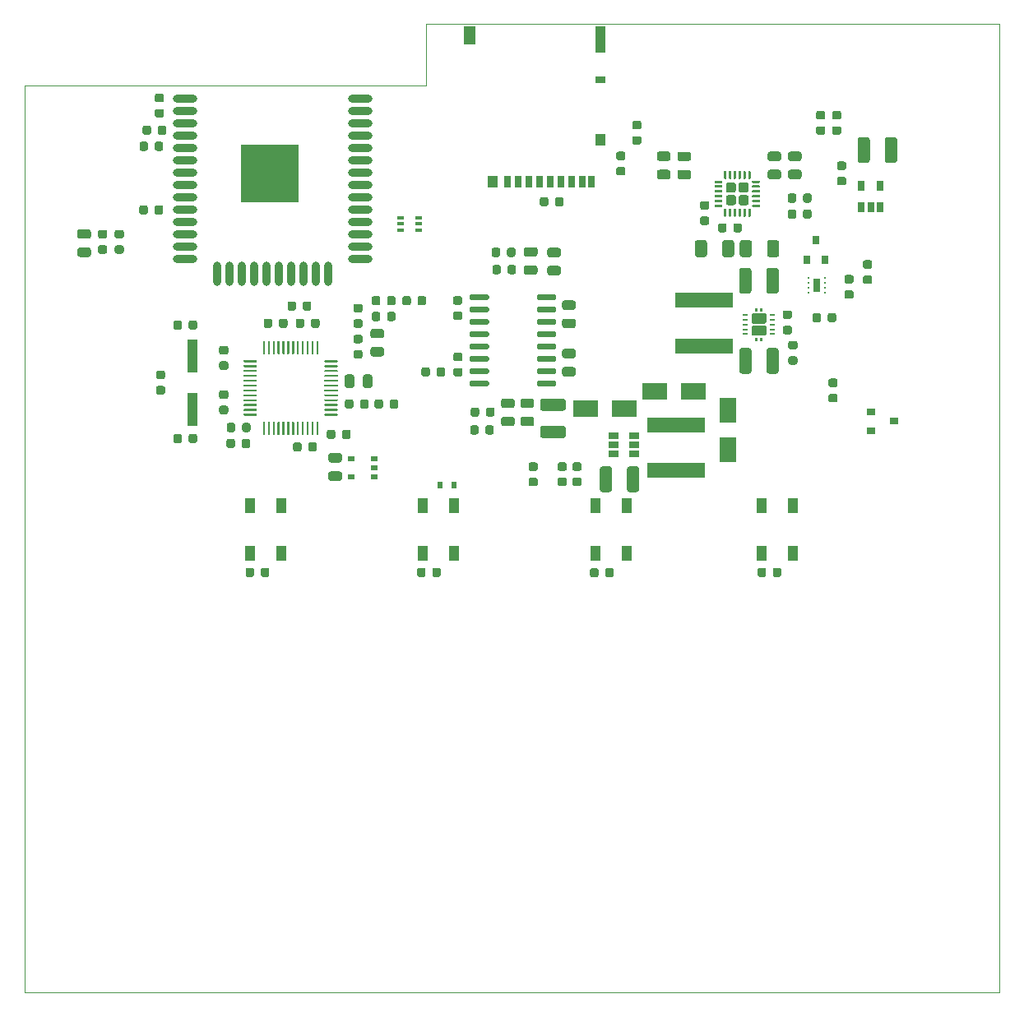
<source format=gbr>
G04 #@! TF.GenerationSoftware,KiCad,Pcbnew,5.1.7*
G04 #@! TF.CreationDate,2020-11-03T15:06:47+01:00*
G04 #@! TF.ProjectId,audioplayer,61756469-6f70-46c6-9179-65722e6b6963,rev?*
G04 #@! TF.SameCoordinates,Original*
G04 #@! TF.FileFunction,Paste,Top*
G04 #@! TF.FilePolarity,Positive*
%FSLAX46Y46*%
G04 Gerber Fmt 4.6, Leading zero omitted, Abs format (unit mm)*
G04 Created by KiCad (PCBNEW 5.1.7) date 2020-11-03 15:06:47*
%MOMM*%
%LPD*%
G01*
G04 APERTURE LIST*
G04 #@! TA.AperFunction,Profile*
%ADD10C,0.100000*%
G04 #@! TD*
%ADD11R,1.800000X2.500000*%
%ADD12R,0.900000X0.800000*%
%ADD13R,1.000000X3.500000*%
%ADD14R,0.640000X1.400000*%
%ADD15R,0.200000X0.250000*%
%ADD16R,0.600000X0.700000*%
%ADD17R,1.000000X1.500000*%
%ADD18R,0.800000X0.900000*%
%ADD19R,2.500000X1.800000*%
%ADD20R,5.900000X1.600000*%
%ADD21R,6.000000X6.000000*%
%ADD22O,2.500000X0.900000*%
%ADD23O,0.900000X2.500000*%
%ADD24R,0.600000X0.240000*%
%ADD25R,0.650000X0.400000*%
%ADD26R,1.060000X0.650000*%
%ADD27R,0.700000X0.510000*%
%ADD28R,0.650000X1.060000*%
%ADD29R,1.300000X1.900000*%
%ADD30R,1.000000X2.800000*%
%ADD31R,1.000000X0.800000*%
%ADD32R,1.000000X1.200000*%
%ADD33R,0.700000X1.200000*%
G04 APERTURE END LIST*
D10*
X156845000Y-121285000D02*
X56515000Y-121285000D01*
X156845000Y-121285000D02*
X156845000Y-21590000D01*
X56515000Y-27940000D02*
X56515000Y-121285000D01*
X97790000Y-21590000D02*
X156845000Y-21590000D01*
X97790000Y-27940000D02*
X97790000Y-21590000D01*
X56515000Y-27940000D02*
X97790000Y-27940000D01*
D11*
X128905000Y-61373000D03*
X128905000Y-65373000D03*
D12*
X145980000Y-62484000D03*
X143580000Y-63434000D03*
X143580000Y-61534000D03*
G36*
G01*
X87398600Y-56207200D02*
X88673600Y-56207200D01*
G75*
G02*
X88723600Y-56257200I0J-50000D01*
G01*
X88723600Y-56357200D01*
G75*
G02*
X88673600Y-56407200I-50000J0D01*
G01*
X87398600Y-56407200D01*
G75*
G02*
X87348600Y-56357200I0J50000D01*
G01*
X87348600Y-56257200D01*
G75*
G02*
X87398600Y-56207200I50000J0D01*
G01*
G37*
G36*
G01*
X87398600Y-56707200D02*
X88673600Y-56707200D01*
G75*
G02*
X88723600Y-56757200I0J-50000D01*
G01*
X88723600Y-56857200D01*
G75*
G02*
X88673600Y-56907200I-50000J0D01*
G01*
X87398600Y-56907200D01*
G75*
G02*
X87348600Y-56857200I0J50000D01*
G01*
X87348600Y-56757200D01*
G75*
G02*
X87398600Y-56707200I50000J0D01*
G01*
G37*
G36*
G01*
X87398600Y-57207200D02*
X88673600Y-57207200D01*
G75*
G02*
X88723600Y-57257200I0J-50000D01*
G01*
X88723600Y-57357200D01*
G75*
G02*
X88673600Y-57407200I-50000J0D01*
G01*
X87398600Y-57407200D01*
G75*
G02*
X87348600Y-57357200I0J50000D01*
G01*
X87348600Y-57257200D01*
G75*
G02*
X87398600Y-57207200I50000J0D01*
G01*
G37*
G36*
G01*
X87398600Y-57707200D02*
X88673600Y-57707200D01*
G75*
G02*
X88723600Y-57757200I0J-50000D01*
G01*
X88723600Y-57857200D01*
G75*
G02*
X88673600Y-57907200I-50000J0D01*
G01*
X87398600Y-57907200D01*
G75*
G02*
X87348600Y-57857200I0J50000D01*
G01*
X87348600Y-57757200D01*
G75*
G02*
X87398600Y-57707200I50000J0D01*
G01*
G37*
G36*
G01*
X87398600Y-58207200D02*
X88673600Y-58207200D01*
G75*
G02*
X88723600Y-58257200I0J-50000D01*
G01*
X88723600Y-58357200D01*
G75*
G02*
X88673600Y-58407200I-50000J0D01*
G01*
X87398600Y-58407200D01*
G75*
G02*
X87348600Y-58357200I0J50000D01*
G01*
X87348600Y-58257200D01*
G75*
G02*
X87398600Y-58207200I50000J0D01*
G01*
G37*
G36*
G01*
X87398600Y-58707200D02*
X88673600Y-58707200D01*
G75*
G02*
X88723600Y-58757200I0J-50000D01*
G01*
X88723600Y-58857200D01*
G75*
G02*
X88673600Y-58907200I-50000J0D01*
G01*
X87398600Y-58907200D01*
G75*
G02*
X87348600Y-58857200I0J50000D01*
G01*
X87348600Y-58757200D01*
G75*
G02*
X87398600Y-58707200I50000J0D01*
G01*
G37*
G36*
G01*
X87398600Y-59207200D02*
X88673600Y-59207200D01*
G75*
G02*
X88723600Y-59257200I0J-50000D01*
G01*
X88723600Y-59357200D01*
G75*
G02*
X88673600Y-59407200I-50000J0D01*
G01*
X87398600Y-59407200D01*
G75*
G02*
X87348600Y-59357200I0J50000D01*
G01*
X87348600Y-59257200D01*
G75*
G02*
X87398600Y-59207200I50000J0D01*
G01*
G37*
G36*
G01*
X87398600Y-59707200D02*
X88673600Y-59707200D01*
G75*
G02*
X88723600Y-59757200I0J-50000D01*
G01*
X88723600Y-59857200D01*
G75*
G02*
X88673600Y-59907200I-50000J0D01*
G01*
X87398600Y-59907200D01*
G75*
G02*
X87348600Y-59857200I0J50000D01*
G01*
X87348600Y-59757200D01*
G75*
G02*
X87398600Y-59707200I50000J0D01*
G01*
G37*
G36*
G01*
X87398600Y-60207200D02*
X88673600Y-60207200D01*
G75*
G02*
X88723600Y-60257200I0J-50000D01*
G01*
X88723600Y-60357200D01*
G75*
G02*
X88673600Y-60407200I-50000J0D01*
G01*
X87398600Y-60407200D01*
G75*
G02*
X87348600Y-60357200I0J50000D01*
G01*
X87348600Y-60257200D01*
G75*
G02*
X87398600Y-60207200I50000J0D01*
G01*
G37*
G36*
G01*
X87398600Y-60707200D02*
X88673600Y-60707200D01*
G75*
G02*
X88723600Y-60757200I0J-50000D01*
G01*
X88723600Y-60857200D01*
G75*
G02*
X88673600Y-60907200I-50000J0D01*
G01*
X87398600Y-60907200D01*
G75*
G02*
X87348600Y-60857200I0J50000D01*
G01*
X87348600Y-60757200D01*
G75*
G02*
X87398600Y-60707200I50000J0D01*
G01*
G37*
G36*
G01*
X87398600Y-61207200D02*
X88673600Y-61207200D01*
G75*
G02*
X88723600Y-61257200I0J-50000D01*
G01*
X88723600Y-61357200D01*
G75*
G02*
X88673600Y-61407200I-50000J0D01*
G01*
X87398600Y-61407200D01*
G75*
G02*
X87348600Y-61357200I0J50000D01*
G01*
X87348600Y-61257200D01*
G75*
G02*
X87398600Y-61207200I50000J0D01*
G01*
G37*
G36*
G01*
X87398600Y-61707200D02*
X88673600Y-61707200D01*
G75*
G02*
X88723600Y-61757200I0J-50000D01*
G01*
X88723600Y-61857200D01*
G75*
G02*
X88673600Y-61907200I-50000J0D01*
G01*
X87398600Y-61907200D01*
G75*
G02*
X87348600Y-61857200I0J50000D01*
G01*
X87348600Y-61757200D01*
G75*
G02*
X87398600Y-61707200I50000J0D01*
G01*
G37*
G36*
G01*
X86573600Y-62532200D02*
X86673600Y-62532200D01*
G75*
G02*
X86723600Y-62582200I0J-50000D01*
G01*
X86723600Y-63857200D01*
G75*
G02*
X86673600Y-63907200I-50000J0D01*
G01*
X86573600Y-63907200D01*
G75*
G02*
X86523600Y-63857200I0J50000D01*
G01*
X86523600Y-62582200D01*
G75*
G02*
X86573600Y-62532200I50000J0D01*
G01*
G37*
G36*
G01*
X86073600Y-62532200D02*
X86173600Y-62532200D01*
G75*
G02*
X86223600Y-62582200I0J-50000D01*
G01*
X86223600Y-63857200D01*
G75*
G02*
X86173600Y-63907200I-50000J0D01*
G01*
X86073600Y-63907200D01*
G75*
G02*
X86023600Y-63857200I0J50000D01*
G01*
X86023600Y-62582200D01*
G75*
G02*
X86073600Y-62532200I50000J0D01*
G01*
G37*
G36*
G01*
X85573600Y-62532200D02*
X85673600Y-62532200D01*
G75*
G02*
X85723600Y-62582200I0J-50000D01*
G01*
X85723600Y-63857200D01*
G75*
G02*
X85673600Y-63907200I-50000J0D01*
G01*
X85573600Y-63907200D01*
G75*
G02*
X85523600Y-63857200I0J50000D01*
G01*
X85523600Y-62582200D01*
G75*
G02*
X85573600Y-62532200I50000J0D01*
G01*
G37*
G36*
G01*
X85073600Y-62532200D02*
X85173600Y-62532200D01*
G75*
G02*
X85223600Y-62582200I0J-50000D01*
G01*
X85223600Y-63857200D01*
G75*
G02*
X85173600Y-63907200I-50000J0D01*
G01*
X85073600Y-63907200D01*
G75*
G02*
X85023600Y-63857200I0J50000D01*
G01*
X85023600Y-62582200D01*
G75*
G02*
X85073600Y-62532200I50000J0D01*
G01*
G37*
G36*
G01*
X84573600Y-62532200D02*
X84673600Y-62532200D01*
G75*
G02*
X84723600Y-62582200I0J-50000D01*
G01*
X84723600Y-63857200D01*
G75*
G02*
X84673600Y-63907200I-50000J0D01*
G01*
X84573600Y-63907200D01*
G75*
G02*
X84523600Y-63857200I0J50000D01*
G01*
X84523600Y-62582200D01*
G75*
G02*
X84573600Y-62532200I50000J0D01*
G01*
G37*
G36*
G01*
X84073600Y-62532200D02*
X84173600Y-62532200D01*
G75*
G02*
X84223600Y-62582200I0J-50000D01*
G01*
X84223600Y-63857200D01*
G75*
G02*
X84173600Y-63907200I-50000J0D01*
G01*
X84073600Y-63907200D01*
G75*
G02*
X84023600Y-63857200I0J50000D01*
G01*
X84023600Y-62582200D01*
G75*
G02*
X84073600Y-62532200I50000J0D01*
G01*
G37*
G36*
G01*
X83573600Y-62532200D02*
X83673600Y-62532200D01*
G75*
G02*
X83723600Y-62582200I0J-50000D01*
G01*
X83723600Y-63857200D01*
G75*
G02*
X83673600Y-63907200I-50000J0D01*
G01*
X83573600Y-63907200D01*
G75*
G02*
X83523600Y-63857200I0J50000D01*
G01*
X83523600Y-62582200D01*
G75*
G02*
X83573600Y-62532200I50000J0D01*
G01*
G37*
G36*
G01*
X83073600Y-62532200D02*
X83173600Y-62532200D01*
G75*
G02*
X83223600Y-62582200I0J-50000D01*
G01*
X83223600Y-63857200D01*
G75*
G02*
X83173600Y-63907200I-50000J0D01*
G01*
X83073600Y-63907200D01*
G75*
G02*
X83023600Y-63857200I0J50000D01*
G01*
X83023600Y-62582200D01*
G75*
G02*
X83073600Y-62532200I50000J0D01*
G01*
G37*
G36*
G01*
X82573600Y-62532200D02*
X82673600Y-62532200D01*
G75*
G02*
X82723600Y-62582200I0J-50000D01*
G01*
X82723600Y-63857200D01*
G75*
G02*
X82673600Y-63907200I-50000J0D01*
G01*
X82573600Y-63907200D01*
G75*
G02*
X82523600Y-63857200I0J50000D01*
G01*
X82523600Y-62582200D01*
G75*
G02*
X82573600Y-62532200I50000J0D01*
G01*
G37*
G36*
G01*
X82073600Y-62532200D02*
X82173600Y-62532200D01*
G75*
G02*
X82223600Y-62582200I0J-50000D01*
G01*
X82223600Y-63857200D01*
G75*
G02*
X82173600Y-63907200I-50000J0D01*
G01*
X82073600Y-63907200D01*
G75*
G02*
X82023600Y-63857200I0J50000D01*
G01*
X82023600Y-62582200D01*
G75*
G02*
X82073600Y-62532200I50000J0D01*
G01*
G37*
G36*
G01*
X81573600Y-62532200D02*
X81673600Y-62532200D01*
G75*
G02*
X81723600Y-62582200I0J-50000D01*
G01*
X81723600Y-63857200D01*
G75*
G02*
X81673600Y-63907200I-50000J0D01*
G01*
X81573600Y-63907200D01*
G75*
G02*
X81523600Y-63857200I0J50000D01*
G01*
X81523600Y-62582200D01*
G75*
G02*
X81573600Y-62532200I50000J0D01*
G01*
G37*
G36*
G01*
X81073600Y-62532200D02*
X81173600Y-62532200D01*
G75*
G02*
X81223600Y-62582200I0J-50000D01*
G01*
X81223600Y-63857200D01*
G75*
G02*
X81173600Y-63907200I-50000J0D01*
G01*
X81073600Y-63907200D01*
G75*
G02*
X81023600Y-63857200I0J50000D01*
G01*
X81023600Y-62582200D01*
G75*
G02*
X81073600Y-62532200I50000J0D01*
G01*
G37*
G36*
G01*
X79073600Y-61707200D02*
X80348600Y-61707200D01*
G75*
G02*
X80398600Y-61757200I0J-50000D01*
G01*
X80398600Y-61857200D01*
G75*
G02*
X80348600Y-61907200I-50000J0D01*
G01*
X79073600Y-61907200D01*
G75*
G02*
X79023600Y-61857200I0J50000D01*
G01*
X79023600Y-61757200D01*
G75*
G02*
X79073600Y-61707200I50000J0D01*
G01*
G37*
G36*
G01*
X79073600Y-61207200D02*
X80348600Y-61207200D01*
G75*
G02*
X80398600Y-61257200I0J-50000D01*
G01*
X80398600Y-61357200D01*
G75*
G02*
X80348600Y-61407200I-50000J0D01*
G01*
X79073600Y-61407200D01*
G75*
G02*
X79023600Y-61357200I0J50000D01*
G01*
X79023600Y-61257200D01*
G75*
G02*
X79073600Y-61207200I50000J0D01*
G01*
G37*
G36*
G01*
X79073600Y-60707200D02*
X80348600Y-60707200D01*
G75*
G02*
X80398600Y-60757200I0J-50000D01*
G01*
X80398600Y-60857200D01*
G75*
G02*
X80348600Y-60907200I-50000J0D01*
G01*
X79073600Y-60907200D01*
G75*
G02*
X79023600Y-60857200I0J50000D01*
G01*
X79023600Y-60757200D01*
G75*
G02*
X79073600Y-60707200I50000J0D01*
G01*
G37*
G36*
G01*
X79073600Y-60207200D02*
X80348600Y-60207200D01*
G75*
G02*
X80398600Y-60257200I0J-50000D01*
G01*
X80398600Y-60357200D01*
G75*
G02*
X80348600Y-60407200I-50000J0D01*
G01*
X79073600Y-60407200D01*
G75*
G02*
X79023600Y-60357200I0J50000D01*
G01*
X79023600Y-60257200D01*
G75*
G02*
X79073600Y-60207200I50000J0D01*
G01*
G37*
G36*
G01*
X79073600Y-59707200D02*
X80348600Y-59707200D01*
G75*
G02*
X80398600Y-59757200I0J-50000D01*
G01*
X80398600Y-59857200D01*
G75*
G02*
X80348600Y-59907200I-50000J0D01*
G01*
X79073600Y-59907200D01*
G75*
G02*
X79023600Y-59857200I0J50000D01*
G01*
X79023600Y-59757200D01*
G75*
G02*
X79073600Y-59707200I50000J0D01*
G01*
G37*
G36*
G01*
X79073600Y-59207200D02*
X80348600Y-59207200D01*
G75*
G02*
X80398600Y-59257200I0J-50000D01*
G01*
X80398600Y-59357200D01*
G75*
G02*
X80348600Y-59407200I-50000J0D01*
G01*
X79073600Y-59407200D01*
G75*
G02*
X79023600Y-59357200I0J50000D01*
G01*
X79023600Y-59257200D01*
G75*
G02*
X79073600Y-59207200I50000J0D01*
G01*
G37*
G36*
G01*
X79073600Y-58707200D02*
X80348600Y-58707200D01*
G75*
G02*
X80398600Y-58757200I0J-50000D01*
G01*
X80398600Y-58857200D01*
G75*
G02*
X80348600Y-58907200I-50000J0D01*
G01*
X79073600Y-58907200D01*
G75*
G02*
X79023600Y-58857200I0J50000D01*
G01*
X79023600Y-58757200D01*
G75*
G02*
X79073600Y-58707200I50000J0D01*
G01*
G37*
G36*
G01*
X79073600Y-58207200D02*
X80348600Y-58207200D01*
G75*
G02*
X80398600Y-58257200I0J-50000D01*
G01*
X80398600Y-58357200D01*
G75*
G02*
X80348600Y-58407200I-50000J0D01*
G01*
X79073600Y-58407200D01*
G75*
G02*
X79023600Y-58357200I0J50000D01*
G01*
X79023600Y-58257200D01*
G75*
G02*
X79073600Y-58207200I50000J0D01*
G01*
G37*
G36*
G01*
X79073600Y-57707200D02*
X80348600Y-57707200D01*
G75*
G02*
X80398600Y-57757200I0J-50000D01*
G01*
X80398600Y-57857200D01*
G75*
G02*
X80348600Y-57907200I-50000J0D01*
G01*
X79073600Y-57907200D01*
G75*
G02*
X79023600Y-57857200I0J50000D01*
G01*
X79023600Y-57757200D01*
G75*
G02*
X79073600Y-57707200I50000J0D01*
G01*
G37*
G36*
G01*
X79073600Y-57207200D02*
X80348600Y-57207200D01*
G75*
G02*
X80398600Y-57257200I0J-50000D01*
G01*
X80398600Y-57357200D01*
G75*
G02*
X80348600Y-57407200I-50000J0D01*
G01*
X79073600Y-57407200D01*
G75*
G02*
X79023600Y-57357200I0J50000D01*
G01*
X79023600Y-57257200D01*
G75*
G02*
X79073600Y-57207200I50000J0D01*
G01*
G37*
G36*
G01*
X79073600Y-56707200D02*
X80348600Y-56707200D01*
G75*
G02*
X80398600Y-56757200I0J-50000D01*
G01*
X80398600Y-56857200D01*
G75*
G02*
X80348600Y-56907200I-50000J0D01*
G01*
X79073600Y-56907200D01*
G75*
G02*
X79023600Y-56857200I0J50000D01*
G01*
X79023600Y-56757200D01*
G75*
G02*
X79073600Y-56707200I50000J0D01*
G01*
G37*
G36*
G01*
X79073600Y-56207200D02*
X80348600Y-56207200D01*
G75*
G02*
X80398600Y-56257200I0J-50000D01*
G01*
X80398600Y-56357200D01*
G75*
G02*
X80348600Y-56407200I-50000J0D01*
G01*
X79073600Y-56407200D01*
G75*
G02*
X79023600Y-56357200I0J50000D01*
G01*
X79023600Y-56257200D01*
G75*
G02*
X79073600Y-56207200I50000J0D01*
G01*
G37*
G36*
G01*
X81073600Y-54207200D02*
X81173600Y-54207200D01*
G75*
G02*
X81223600Y-54257200I0J-50000D01*
G01*
X81223600Y-55532200D01*
G75*
G02*
X81173600Y-55582200I-50000J0D01*
G01*
X81073600Y-55582200D01*
G75*
G02*
X81023600Y-55532200I0J50000D01*
G01*
X81023600Y-54257200D01*
G75*
G02*
X81073600Y-54207200I50000J0D01*
G01*
G37*
G36*
G01*
X81573600Y-54207200D02*
X81673600Y-54207200D01*
G75*
G02*
X81723600Y-54257200I0J-50000D01*
G01*
X81723600Y-55532200D01*
G75*
G02*
X81673600Y-55582200I-50000J0D01*
G01*
X81573600Y-55582200D01*
G75*
G02*
X81523600Y-55532200I0J50000D01*
G01*
X81523600Y-54257200D01*
G75*
G02*
X81573600Y-54207200I50000J0D01*
G01*
G37*
G36*
G01*
X82073600Y-54207200D02*
X82173600Y-54207200D01*
G75*
G02*
X82223600Y-54257200I0J-50000D01*
G01*
X82223600Y-55532200D01*
G75*
G02*
X82173600Y-55582200I-50000J0D01*
G01*
X82073600Y-55582200D01*
G75*
G02*
X82023600Y-55532200I0J50000D01*
G01*
X82023600Y-54257200D01*
G75*
G02*
X82073600Y-54207200I50000J0D01*
G01*
G37*
G36*
G01*
X82573600Y-54207200D02*
X82673600Y-54207200D01*
G75*
G02*
X82723600Y-54257200I0J-50000D01*
G01*
X82723600Y-55532200D01*
G75*
G02*
X82673600Y-55582200I-50000J0D01*
G01*
X82573600Y-55582200D01*
G75*
G02*
X82523600Y-55532200I0J50000D01*
G01*
X82523600Y-54257200D01*
G75*
G02*
X82573600Y-54207200I50000J0D01*
G01*
G37*
G36*
G01*
X83073600Y-54207200D02*
X83173600Y-54207200D01*
G75*
G02*
X83223600Y-54257200I0J-50000D01*
G01*
X83223600Y-55532200D01*
G75*
G02*
X83173600Y-55582200I-50000J0D01*
G01*
X83073600Y-55582200D01*
G75*
G02*
X83023600Y-55532200I0J50000D01*
G01*
X83023600Y-54257200D01*
G75*
G02*
X83073600Y-54207200I50000J0D01*
G01*
G37*
G36*
G01*
X83573600Y-54207200D02*
X83673600Y-54207200D01*
G75*
G02*
X83723600Y-54257200I0J-50000D01*
G01*
X83723600Y-55532200D01*
G75*
G02*
X83673600Y-55582200I-50000J0D01*
G01*
X83573600Y-55582200D01*
G75*
G02*
X83523600Y-55532200I0J50000D01*
G01*
X83523600Y-54257200D01*
G75*
G02*
X83573600Y-54207200I50000J0D01*
G01*
G37*
G36*
G01*
X84073600Y-54207200D02*
X84173600Y-54207200D01*
G75*
G02*
X84223600Y-54257200I0J-50000D01*
G01*
X84223600Y-55532200D01*
G75*
G02*
X84173600Y-55582200I-50000J0D01*
G01*
X84073600Y-55582200D01*
G75*
G02*
X84023600Y-55532200I0J50000D01*
G01*
X84023600Y-54257200D01*
G75*
G02*
X84073600Y-54207200I50000J0D01*
G01*
G37*
G36*
G01*
X84573600Y-54207200D02*
X84673600Y-54207200D01*
G75*
G02*
X84723600Y-54257200I0J-50000D01*
G01*
X84723600Y-55532200D01*
G75*
G02*
X84673600Y-55582200I-50000J0D01*
G01*
X84573600Y-55582200D01*
G75*
G02*
X84523600Y-55532200I0J50000D01*
G01*
X84523600Y-54257200D01*
G75*
G02*
X84573600Y-54207200I50000J0D01*
G01*
G37*
G36*
G01*
X85073600Y-54207200D02*
X85173600Y-54207200D01*
G75*
G02*
X85223600Y-54257200I0J-50000D01*
G01*
X85223600Y-55532200D01*
G75*
G02*
X85173600Y-55582200I-50000J0D01*
G01*
X85073600Y-55582200D01*
G75*
G02*
X85023600Y-55532200I0J50000D01*
G01*
X85023600Y-54257200D01*
G75*
G02*
X85073600Y-54207200I50000J0D01*
G01*
G37*
G36*
G01*
X85573600Y-54207200D02*
X85673600Y-54207200D01*
G75*
G02*
X85723600Y-54257200I0J-50000D01*
G01*
X85723600Y-55532200D01*
G75*
G02*
X85673600Y-55582200I-50000J0D01*
G01*
X85573600Y-55582200D01*
G75*
G02*
X85523600Y-55532200I0J50000D01*
G01*
X85523600Y-54257200D01*
G75*
G02*
X85573600Y-54207200I50000J0D01*
G01*
G37*
G36*
G01*
X86073600Y-54207200D02*
X86173600Y-54207200D01*
G75*
G02*
X86223600Y-54257200I0J-50000D01*
G01*
X86223600Y-55532200D01*
G75*
G02*
X86173600Y-55582200I-50000J0D01*
G01*
X86073600Y-55582200D01*
G75*
G02*
X86023600Y-55532200I0J50000D01*
G01*
X86023600Y-54257200D01*
G75*
G02*
X86073600Y-54207200I50000J0D01*
G01*
G37*
G36*
G01*
X86573600Y-54207200D02*
X86673600Y-54207200D01*
G75*
G02*
X86723600Y-54257200I0J-50000D01*
G01*
X86723600Y-55532200D01*
G75*
G02*
X86673600Y-55582200I-50000J0D01*
G01*
X86573600Y-55582200D01*
G75*
G02*
X86523600Y-55532200I0J50000D01*
G01*
X86523600Y-54257200D01*
G75*
G02*
X86573600Y-54207200I50000J0D01*
G01*
G37*
D13*
X73787000Y-55771600D03*
X73787000Y-61271600D03*
D14*
X138036300Y-48501300D03*
D15*
X137186300Y-49251300D03*
X137186300Y-48751300D03*
X137186300Y-48251300D03*
X137186300Y-47751300D03*
X138886300Y-47751300D03*
X138886300Y-48251300D03*
X138886300Y-48751300D03*
X138886300Y-49251300D03*
D16*
X100649000Y-69088000D03*
X99249000Y-69088000D03*
G36*
G01*
X136621000Y-41404250D02*
X136621000Y-40891750D01*
G75*
G02*
X136839750Y-40673000I218750J0D01*
G01*
X137277250Y-40673000D01*
G75*
G02*
X137496000Y-40891750I0J-218750D01*
G01*
X137496000Y-41404250D01*
G75*
G02*
X137277250Y-41623000I-218750J0D01*
G01*
X136839750Y-41623000D01*
G75*
G02*
X136621000Y-41404250I0J218750D01*
G01*
G37*
G36*
G01*
X135046000Y-41404250D02*
X135046000Y-40891750D01*
G75*
G02*
X135264750Y-40673000I218750J0D01*
G01*
X135702250Y-40673000D01*
G75*
G02*
X135921000Y-40891750I0J-218750D01*
G01*
X135921000Y-41404250D01*
G75*
G02*
X135702250Y-41623000I-218750J0D01*
G01*
X135264750Y-41623000D01*
G75*
G02*
X135046000Y-41404250I0J218750D01*
G01*
G37*
G36*
G01*
X141607250Y-48291000D02*
X141094750Y-48291000D01*
G75*
G02*
X140876000Y-48072250I0J218750D01*
G01*
X140876000Y-47634750D01*
G75*
G02*
X141094750Y-47416000I218750J0D01*
G01*
X141607250Y-47416000D01*
G75*
G02*
X141826000Y-47634750I0J-218750D01*
G01*
X141826000Y-48072250D01*
G75*
G02*
X141607250Y-48291000I-218750J0D01*
G01*
G37*
G36*
G01*
X141607250Y-49866000D02*
X141094750Y-49866000D01*
G75*
G02*
X140876000Y-49647250I0J218750D01*
G01*
X140876000Y-49209750D01*
G75*
G02*
X141094750Y-48991000I218750J0D01*
G01*
X141607250Y-48991000D01*
G75*
G02*
X141826000Y-49209750I0J-218750D01*
G01*
X141826000Y-49647250D01*
G75*
G02*
X141607250Y-49866000I-218750J0D01*
G01*
G37*
G36*
G01*
X136621000Y-39753250D02*
X136621000Y-39240750D01*
G75*
G02*
X136839750Y-39022000I218750J0D01*
G01*
X137277250Y-39022000D01*
G75*
G02*
X137496000Y-39240750I0J-218750D01*
G01*
X137496000Y-39753250D01*
G75*
G02*
X137277250Y-39972000I-218750J0D01*
G01*
X136839750Y-39972000D01*
G75*
G02*
X136621000Y-39753250I0J218750D01*
G01*
G37*
G36*
G01*
X135046000Y-39753250D02*
X135046000Y-39240750D01*
G75*
G02*
X135264750Y-39022000I218750J0D01*
G01*
X135702250Y-39022000D01*
G75*
G02*
X135921000Y-39240750I0J-218750D01*
G01*
X135921000Y-39753250D01*
G75*
G02*
X135702250Y-39972000I-218750J0D01*
G01*
X135264750Y-39972000D01*
G75*
G02*
X135046000Y-39753250I0J218750D01*
G01*
G37*
G36*
G01*
X138461000Y-51559750D02*
X138461000Y-52072250D01*
G75*
G02*
X138242250Y-52291000I-218750J0D01*
G01*
X137804750Y-52291000D01*
G75*
G02*
X137586000Y-52072250I0J218750D01*
G01*
X137586000Y-51559750D01*
G75*
G02*
X137804750Y-51341000I218750J0D01*
G01*
X138242250Y-51341000D01*
G75*
G02*
X138461000Y-51559750I0J-218750D01*
G01*
G37*
G36*
G01*
X140036000Y-51559750D02*
X140036000Y-52072250D01*
G75*
G02*
X139817250Y-52291000I-218750J0D01*
G01*
X139379750Y-52291000D01*
G75*
G02*
X139161000Y-52072250I0J218750D01*
G01*
X139161000Y-51559750D01*
G75*
G02*
X139379750Y-51341000I218750J0D01*
G01*
X139817250Y-51341000D01*
G75*
G02*
X140036000Y-51559750I0J-218750D01*
G01*
G37*
D17*
X79680000Y-76110000D03*
X82880000Y-76110000D03*
X79680000Y-71210000D03*
X82880000Y-71210000D03*
X132385000Y-76110000D03*
X135585000Y-76110000D03*
X132385000Y-71210000D03*
X135585000Y-71210000D03*
G36*
G01*
X143512250Y-46767000D02*
X142999750Y-46767000D01*
G75*
G02*
X142781000Y-46548250I0J218750D01*
G01*
X142781000Y-46110750D01*
G75*
G02*
X142999750Y-45892000I218750J0D01*
G01*
X143512250Y-45892000D01*
G75*
G02*
X143731000Y-46110750I0J-218750D01*
G01*
X143731000Y-46548250D01*
G75*
G02*
X143512250Y-46767000I-218750J0D01*
G01*
G37*
G36*
G01*
X143512250Y-48342000D02*
X142999750Y-48342000D01*
G75*
G02*
X142781000Y-48123250I0J218750D01*
G01*
X142781000Y-47685750D01*
G75*
G02*
X142999750Y-47467000I218750J0D01*
G01*
X143512250Y-47467000D01*
G75*
G02*
X143731000Y-47685750I0J-218750D01*
G01*
X143731000Y-48123250D01*
G75*
G02*
X143512250Y-48342000I-218750J0D01*
G01*
G37*
D18*
X137922000Y-43831000D03*
X138872000Y-45831000D03*
X136972000Y-45831000D03*
D19*
X121317000Y-59436000D03*
X125317000Y-59436000D03*
D20*
X126441200Y-50038000D03*
X126441200Y-54738000D03*
G36*
G01*
X132905800Y-45329000D02*
X132905800Y-44079000D01*
G75*
G02*
X133155800Y-43829000I250000J0D01*
G01*
X133905800Y-43829000D01*
G75*
G02*
X134155800Y-44079000I0J-250000D01*
G01*
X134155800Y-45329000D01*
G75*
G02*
X133905800Y-45579000I-250000J0D01*
G01*
X133155800Y-45579000D01*
G75*
G02*
X132905800Y-45329000I0J250000D01*
G01*
G37*
G36*
G01*
X130105800Y-45329000D02*
X130105800Y-44079000D01*
G75*
G02*
X130355800Y-43829000I250000J0D01*
G01*
X131105800Y-43829000D01*
G75*
G02*
X131355800Y-44079000I0J-250000D01*
G01*
X131355800Y-45329000D01*
G75*
G02*
X131105800Y-45579000I-250000J0D01*
G01*
X130355800Y-45579000D01*
G75*
G02*
X130105800Y-45329000I0J250000D01*
G01*
G37*
G36*
G01*
X133509500Y-78297750D02*
X133509500Y-77785250D01*
G75*
G02*
X133728250Y-77566500I218750J0D01*
G01*
X134165750Y-77566500D01*
G75*
G02*
X134384500Y-77785250I0J-218750D01*
G01*
X134384500Y-78297750D01*
G75*
G02*
X134165750Y-78516500I-218750J0D01*
G01*
X133728250Y-78516500D01*
G75*
G02*
X133509500Y-78297750I0J218750D01*
G01*
G37*
G36*
G01*
X131934500Y-78297750D02*
X131934500Y-77785250D01*
G75*
G02*
X132153250Y-77566500I218750J0D01*
G01*
X132590750Y-77566500D01*
G75*
G02*
X132809500Y-77785250I0J-218750D01*
G01*
X132809500Y-78297750D01*
G75*
G02*
X132590750Y-78516500I-218750J0D01*
G01*
X132153250Y-78516500D01*
G75*
G02*
X131934500Y-78297750I0J218750D01*
G01*
G37*
G36*
G01*
X80804500Y-78297750D02*
X80804500Y-77785250D01*
G75*
G02*
X81023250Y-77566500I218750J0D01*
G01*
X81460750Y-77566500D01*
G75*
G02*
X81679500Y-77785250I0J-218750D01*
G01*
X81679500Y-78297750D01*
G75*
G02*
X81460750Y-78516500I-218750J0D01*
G01*
X81023250Y-78516500D01*
G75*
G02*
X80804500Y-78297750I0J218750D01*
G01*
G37*
G36*
G01*
X79229500Y-78297750D02*
X79229500Y-77785250D01*
G75*
G02*
X79448250Y-77566500I218750J0D01*
G01*
X79885750Y-77566500D01*
G75*
G02*
X80104500Y-77785250I0J-218750D01*
G01*
X80104500Y-78297750D01*
G75*
G02*
X79885750Y-78516500I-218750J0D01*
G01*
X79448250Y-78516500D01*
G75*
G02*
X79229500Y-78297750I0J218750D01*
G01*
G37*
G36*
G01*
X109095250Y-67595000D02*
X108582750Y-67595000D01*
G75*
G02*
X108364000Y-67376250I0J218750D01*
G01*
X108364000Y-66938750D01*
G75*
G02*
X108582750Y-66720000I218750J0D01*
G01*
X109095250Y-66720000D01*
G75*
G02*
X109314000Y-66938750I0J-218750D01*
G01*
X109314000Y-67376250D01*
G75*
G02*
X109095250Y-67595000I-218750J0D01*
G01*
G37*
G36*
G01*
X109095250Y-69170000D02*
X108582750Y-69170000D01*
G75*
G02*
X108364000Y-68951250I0J218750D01*
G01*
X108364000Y-68513750D01*
G75*
G02*
X108582750Y-68295000I218750J0D01*
G01*
X109095250Y-68295000D01*
G75*
G02*
X109314000Y-68513750I0J-218750D01*
G01*
X109314000Y-68951250D01*
G75*
G02*
X109095250Y-69170000I-218750J0D01*
G01*
G37*
X123571000Y-62864500D03*
X123571000Y-67564500D03*
D21*
X81742000Y-36994000D03*
D22*
X73042000Y-29294000D03*
X73042000Y-30564000D03*
X73042000Y-31834000D03*
X73042000Y-33104000D03*
X73042000Y-34374000D03*
X73042000Y-35644000D03*
X73042000Y-36914000D03*
X73042000Y-38184000D03*
X73042000Y-39454000D03*
X73042000Y-40724000D03*
X73042000Y-41994000D03*
X73042000Y-43264000D03*
X73042000Y-44534000D03*
X73042000Y-45804000D03*
D23*
X76327000Y-47294000D03*
X77597000Y-47294000D03*
X78867000Y-47294000D03*
X80137000Y-47294000D03*
X81407000Y-47294000D03*
X82677000Y-47294000D03*
X83947000Y-47294000D03*
X85217000Y-47294000D03*
X86487000Y-47294000D03*
X87757000Y-47294000D03*
D22*
X91042000Y-45804000D03*
X91042000Y-44534000D03*
X91042000Y-43264000D03*
X91042000Y-41994000D03*
X91042000Y-40724000D03*
X91042000Y-39454000D03*
X91042000Y-38184000D03*
X91042000Y-36914000D03*
X91042000Y-35644000D03*
X91042000Y-34374000D03*
X91042000Y-33104000D03*
X91042000Y-31834000D03*
X91042000Y-30564000D03*
X91042000Y-29294000D03*
G36*
G01*
X98202000Y-57147750D02*
X98202000Y-57660250D01*
G75*
G02*
X97983250Y-57879000I-218750J0D01*
G01*
X97545750Y-57879000D01*
G75*
G02*
X97327000Y-57660250I0J218750D01*
G01*
X97327000Y-57147750D01*
G75*
G02*
X97545750Y-56929000I218750J0D01*
G01*
X97983250Y-56929000D01*
G75*
G02*
X98202000Y-57147750I0J-218750D01*
G01*
G37*
G36*
G01*
X99777000Y-57147750D02*
X99777000Y-57660250D01*
G75*
G02*
X99558250Y-57879000I-218750J0D01*
G01*
X99120750Y-57879000D01*
G75*
G02*
X98902000Y-57660250I0J218750D01*
G01*
X98902000Y-57147750D01*
G75*
G02*
X99120750Y-56929000I218750J0D01*
G01*
X99558250Y-56929000D01*
G75*
G02*
X99777000Y-57147750I0J-218750D01*
G01*
G37*
G36*
G01*
X126733000Y-44079000D02*
X126733000Y-45329000D01*
G75*
G02*
X126483000Y-45579000I-250000J0D01*
G01*
X125733000Y-45579000D01*
G75*
G02*
X125483000Y-45329000I0J250000D01*
G01*
X125483000Y-44079000D01*
G75*
G02*
X125733000Y-43829000I250000J0D01*
G01*
X126483000Y-43829000D01*
G75*
G02*
X126733000Y-44079000I0J-250000D01*
G01*
G37*
G36*
G01*
X129533000Y-44079000D02*
X129533000Y-45329000D01*
G75*
G02*
X129283000Y-45579000I-250000J0D01*
G01*
X128533000Y-45579000D01*
G75*
G02*
X128283000Y-45329000I0J250000D01*
G01*
X128283000Y-44079000D01*
G75*
G02*
X128533000Y-43829000I250000J0D01*
G01*
X129283000Y-43829000D01*
G75*
G02*
X129533000Y-44079000I0J-250000D01*
G01*
G37*
G36*
G01*
X132855000Y-57336000D02*
X132855000Y-55186000D01*
G75*
G02*
X133105000Y-54936000I250000J0D01*
G01*
X133855000Y-54936000D01*
G75*
G02*
X134105000Y-55186000I0J-250000D01*
G01*
X134105000Y-57336000D01*
G75*
G02*
X133855000Y-57586000I-250000J0D01*
G01*
X133105000Y-57586000D01*
G75*
G02*
X132855000Y-57336000I0J250000D01*
G01*
G37*
G36*
G01*
X130055000Y-57336000D02*
X130055000Y-55186000D01*
G75*
G02*
X130305000Y-54936000I250000J0D01*
G01*
X131055000Y-54936000D01*
G75*
G02*
X131305000Y-55186000I0J-250000D01*
G01*
X131305000Y-57336000D01*
G75*
G02*
X131055000Y-57586000I-250000J0D01*
G01*
X130305000Y-57586000D01*
G75*
G02*
X130055000Y-57336000I0J250000D01*
G01*
G37*
G36*
G01*
X132855000Y-49081000D02*
X132855000Y-46931000D01*
G75*
G02*
X133105000Y-46681000I250000J0D01*
G01*
X133855000Y-46681000D01*
G75*
G02*
X134105000Y-46931000I0J-250000D01*
G01*
X134105000Y-49081000D01*
G75*
G02*
X133855000Y-49331000I-250000J0D01*
G01*
X133105000Y-49331000D01*
G75*
G02*
X132855000Y-49081000I0J250000D01*
G01*
G37*
G36*
G01*
X130055000Y-49081000D02*
X130055000Y-46931000D01*
G75*
G02*
X130305000Y-46681000I250000J0D01*
G01*
X131055000Y-46681000D01*
G75*
G02*
X131305000Y-46931000I0J-250000D01*
G01*
X131305000Y-49081000D01*
G75*
G02*
X131055000Y-49331000I-250000J0D01*
G01*
X130305000Y-49331000D01*
G75*
G02*
X130055000Y-49081000I0J250000D01*
G01*
G37*
G36*
G01*
X112973250Y-55988800D02*
X112060750Y-55988800D01*
G75*
G02*
X111817000Y-55745050I0J243750D01*
G01*
X111817000Y-55257550D01*
G75*
G02*
X112060750Y-55013800I243750J0D01*
G01*
X112973250Y-55013800D01*
G75*
G02*
X113217000Y-55257550I0J-243750D01*
G01*
X113217000Y-55745050D01*
G75*
G02*
X112973250Y-55988800I-243750J0D01*
G01*
G37*
G36*
G01*
X112973250Y-57863800D02*
X112060750Y-57863800D01*
G75*
G02*
X111817000Y-57620050I0J243750D01*
G01*
X111817000Y-57132550D01*
G75*
G02*
X112060750Y-56888800I243750J0D01*
G01*
X112973250Y-56888800D01*
G75*
G02*
X113217000Y-57132550I0J-243750D01*
G01*
X113217000Y-57620050D01*
G75*
G02*
X112973250Y-57863800I-243750J0D01*
G01*
G37*
G36*
G01*
X112065750Y-51910400D02*
X112978250Y-51910400D01*
G75*
G02*
X113222000Y-52154150I0J-243750D01*
G01*
X113222000Y-52641650D01*
G75*
G02*
X112978250Y-52885400I-243750J0D01*
G01*
X112065750Y-52885400D01*
G75*
G02*
X111822000Y-52641650I0J243750D01*
G01*
X111822000Y-52154150D01*
G75*
G02*
X112065750Y-51910400I243750J0D01*
G01*
G37*
G36*
G01*
X112065750Y-50035400D02*
X112978250Y-50035400D01*
G75*
G02*
X113222000Y-50279150I0J-243750D01*
G01*
X113222000Y-50766650D01*
G75*
G02*
X112978250Y-51010400I-243750J0D01*
G01*
X112065750Y-51010400D01*
G75*
G02*
X111822000Y-50766650I0J243750D01*
G01*
X111822000Y-50279150D01*
G75*
G02*
X112065750Y-50035400I243750J0D01*
G01*
G37*
G36*
G01*
X109796000Y-62954200D02*
X111946000Y-62954200D01*
G75*
G02*
X112196000Y-63204200I0J-250000D01*
G01*
X112196000Y-63954200D01*
G75*
G02*
X111946000Y-64204200I-250000J0D01*
G01*
X109796000Y-64204200D01*
G75*
G02*
X109546000Y-63954200I0J250000D01*
G01*
X109546000Y-63204200D01*
G75*
G02*
X109796000Y-62954200I250000J0D01*
G01*
G37*
G36*
G01*
X109796000Y-60154200D02*
X111946000Y-60154200D01*
G75*
G02*
X112196000Y-60404200I0J-250000D01*
G01*
X112196000Y-61154200D01*
G75*
G02*
X111946000Y-61404200I-250000J0D01*
G01*
X109796000Y-61404200D01*
G75*
G02*
X109546000Y-61154200I0J250000D01*
G01*
X109546000Y-60404200D01*
G75*
G02*
X109796000Y-60154200I250000J0D01*
G01*
G37*
G36*
G01*
X116954000Y-67378000D02*
X116954000Y-69528000D01*
G75*
G02*
X116704000Y-69778000I-250000J0D01*
G01*
X115954000Y-69778000D01*
G75*
G02*
X115704000Y-69528000I0J250000D01*
G01*
X115704000Y-67378000D01*
G75*
G02*
X115954000Y-67128000I250000J0D01*
G01*
X116704000Y-67128000D01*
G75*
G02*
X116954000Y-67378000I0J-250000D01*
G01*
G37*
G36*
G01*
X119754000Y-67378000D02*
X119754000Y-69528000D01*
G75*
G02*
X119504000Y-69778000I-250000J0D01*
G01*
X118754000Y-69778000D01*
G75*
G02*
X118504000Y-69528000I0J250000D01*
G01*
X118504000Y-67378000D01*
G75*
G02*
X118754000Y-67128000I250000J0D01*
G01*
X119504000Y-67128000D01*
G75*
G02*
X119754000Y-67378000I0J-250000D01*
G01*
G37*
G36*
G01*
X93242450Y-53931400D02*
X92329950Y-53931400D01*
G75*
G02*
X92086200Y-53687650I0J243750D01*
G01*
X92086200Y-53200150D01*
G75*
G02*
X92329950Y-52956400I243750J0D01*
G01*
X93242450Y-52956400D01*
G75*
G02*
X93486200Y-53200150I0J-243750D01*
G01*
X93486200Y-53687650D01*
G75*
G02*
X93242450Y-53931400I-243750J0D01*
G01*
G37*
G36*
G01*
X93242450Y-55806400D02*
X92329950Y-55806400D01*
G75*
G02*
X92086200Y-55562650I0J243750D01*
G01*
X92086200Y-55075150D01*
G75*
G02*
X92329950Y-54831400I243750J0D01*
G01*
X93242450Y-54831400D01*
G75*
G02*
X93486200Y-55075150I0J-243750D01*
G01*
X93486200Y-55562650D01*
G75*
G02*
X93242450Y-55806400I-243750J0D01*
G01*
G37*
G36*
G01*
X90418500Y-57900250D02*
X90418500Y-58812750D01*
G75*
G02*
X90174750Y-59056500I-243750J0D01*
G01*
X89687250Y-59056500D01*
G75*
G02*
X89443500Y-58812750I0J243750D01*
G01*
X89443500Y-57900250D01*
G75*
G02*
X89687250Y-57656500I243750J0D01*
G01*
X90174750Y-57656500D01*
G75*
G02*
X90418500Y-57900250I0J-243750D01*
G01*
G37*
G36*
G01*
X92293500Y-57900250D02*
X92293500Y-58812750D01*
G75*
G02*
X92049750Y-59056500I-243750J0D01*
G01*
X91562250Y-59056500D01*
G75*
G02*
X91318500Y-58812750I0J243750D01*
G01*
X91318500Y-57900250D01*
G75*
G02*
X91562250Y-57656500I243750J0D01*
G01*
X92049750Y-57656500D01*
G75*
G02*
X92293500Y-57900250I0J-243750D01*
G01*
G37*
G36*
G01*
X88911750Y-66733000D02*
X87999250Y-66733000D01*
G75*
G02*
X87755500Y-66489250I0J243750D01*
G01*
X87755500Y-66001750D01*
G75*
G02*
X87999250Y-65758000I243750J0D01*
G01*
X88911750Y-65758000D01*
G75*
G02*
X89155500Y-66001750I0J-243750D01*
G01*
X89155500Y-66489250D01*
G75*
G02*
X88911750Y-66733000I-243750J0D01*
G01*
G37*
G36*
G01*
X88911750Y-68608000D02*
X87999250Y-68608000D01*
G75*
G02*
X87755500Y-68364250I0J243750D01*
G01*
X87755500Y-67876750D01*
G75*
G02*
X87999250Y-67633000I243750J0D01*
G01*
X88911750Y-67633000D01*
G75*
G02*
X89155500Y-67876750I0J-243750D01*
G01*
X89155500Y-68364250D01*
G75*
G02*
X88911750Y-68608000I-243750J0D01*
G01*
G37*
G36*
G01*
X143497000Y-33469000D02*
X143497000Y-35619000D01*
G75*
G02*
X143247000Y-35869000I-250000J0D01*
G01*
X142497000Y-35869000D01*
G75*
G02*
X142247000Y-35619000I0J250000D01*
G01*
X142247000Y-33469000D01*
G75*
G02*
X142497000Y-33219000I250000J0D01*
G01*
X143247000Y-33219000D01*
G75*
G02*
X143497000Y-33469000I0J-250000D01*
G01*
G37*
G36*
G01*
X146297000Y-33469000D02*
X146297000Y-35619000D01*
G75*
G02*
X146047000Y-35869000I-250000J0D01*
G01*
X145297000Y-35869000D01*
G75*
G02*
X145047000Y-35619000I0J250000D01*
G01*
X145047000Y-33469000D01*
G75*
G02*
X145297000Y-33219000I250000J0D01*
G01*
X146047000Y-33219000D01*
G75*
G02*
X146297000Y-33469000I0J-250000D01*
G01*
G37*
G36*
G01*
X62154750Y-44582500D02*
X63067250Y-44582500D01*
G75*
G02*
X63311000Y-44826250I0J-243750D01*
G01*
X63311000Y-45313750D01*
G75*
G02*
X63067250Y-45557500I-243750J0D01*
G01*
X62154750Y-45557500D01*
G75*
G02*
X61911000Y-45313750I0J243750D01*
G01*
X61911000Y-44826250D01*
G75*
G02*
X62154750Y-44582500I243750J0D01*
G01*
G37*
G36*
G01*
X62154750Y-42707500D02*
X63067250Y-42707500D01*
G75*
G02*
X63311000Y-42951250I0J-243750D01*
G01*
X63311000Y-43438750D01*
G75*
G02*
X63067250Y-43682500I-243750J0D01*
G01*
X62154750Y-43682500D01*
G75*
G02*
X61911000Y-43438750I0J243750D01*
G01*
X61911000Y-42951250D01*
G75*
G02*
X62154750Y-42707500I243750J0D01*
G01*
G37*
G36*
G01*
X111454250Y-45587500D02*
X110541750Y-45587500D01*
G75*
G02*
X110298000Y-45343750I0J243750D01*
G01*
X110298000Y-44856250D01*
G75*
G02*
X110541750Y-44612500I243750J0D01*
G01*
X111454250Y-44612500D01*
G75*
G02*
X111698000Y-44856250I0J-243750D01*
G01*
X111698000Y-45343750D01*
G75*
G02*
X111454250Y-45587500I-243750J0D01*
G01*
G37*
G36*
G01*
X111454250Y-47462500D02*
X110541750Y-47462500D01*
G75*
G02*
X110298000Y-47218750I0J243750D01*
G01*
X110298000Y-46731250D01*
G75*
G02*
X110541750Y-46487500I243750J0D01*
G01*
X111454250Y-46487500D01*
G75*
G02*
X111698000Y-46731250I0J-243750D01*
G01*
X111698000Y-47218750D01*
G75*
G02*
X111454250Y-47462500I-243750J0D01*
G01*
G37*
G36*
G01*
X103282000Y-61275250D02*
X103282000Y-61787750D01*
G75*
G02*
X103063250Y-62006500I-218750J0D01*
G01*
X102625750Y-62006500D01*
G75*
G02*
X102407000Y-61787750I0J218750D01*
G01*
X102407000Y-61275250D01*
G75*
G02*
X102625750Y-61056500I218750J0D01*
G01*
X103063250Y-61056500D01*
G75*
G02*
X103282000Y-61275250I0J-218750D01*
G01*
G37*
G36*
G01*
X104857000Y-61275250D02*
X104857000Y-61787750D01*
G75*
G02*
X104638250Y-62006500I-218750J0D01*
G01*
X104200750Y-62006500D01*
G75*
G02*
X103982000Y-61787750I0J218750D01*
G01*
X103982000Y-61275250D01*
G75*
G02*
X104200750Y-61056500I218750J0D01*
G01*
X104638250Y-61056500D01*
G75*
G02*
X104857000Y-61275250I0J-218750D01*
G01*
G37*
G36*
G01*
X93796600Y-50319650D02*
X93796600Y-49807150D01*
G75*
G02*
X94015350Y-49588400I218750J0D01*
G01*
X94452850Y-49588400D01*
G75*
G02*
X94671600Y-49807150I0J-218750D01*
G01*
X94671600Y-50319650D01*
G75*
G02*
X94452850Y-50538400I-218750J0D01*
G01*
X94015350Y-50538400D01*
G75*
G02*
X93796600Y-50319650I0J218750D01*
G01*
G37*
G36*
G01*
X92221600Y-50319650D02*
X92221600Y-49807150D01*
G75*
G02*
X92440350Y-49588400I218750J0D01*
G01*
X92877850Y-49588400D01*
G75*
G02*
X93096600Y-49807150I0J-218750D01*
G01*
X93096600Y-50319650D01*
G75*
G02*
X92877850Y-50538400I-218750J0D01*
G01*
X92440350Y-50538400D01*
G75*
G02*
X92221600Y-50319650I0J218750D01*
G01*
G37*
G36*
G01*
X138173750Y-32100000D02*
X138686250Y-32100000D01*
G75*
G02*
X138905000Y-32318750I0J-218750D01*
G01*
X138905000Y-32756250D01*
G75*
G02*
X138686250Y-32975000I-218750J0D01*
G01*
X138173750Y-32975000D01*
G75*
G02*
X137955000Y-32756250I0J218750D01*
G01*
X137955000Y-32318750D01*
G75*
G02*
X138173750Y-32100000I218750J0D01*
G01*
G37*
G36*
G01*
X138173750Y-30525000D02*
X138686250Y-30525000D01*
G75*
G02*
X138905000Y-30743750I0J-218750D01*
G01*
X138905000Y-31181250D01*
G75*
G02*
X138686250Y-31400000I-218750J0D01*
G01*
X138173750Y-31400000D01*
G75*
G02*
X137955000Y-31181250I0J218750D01*
G01*
X137955000Y-30743750D01*
G75*
G02*
X138173750Y-30525000I218750J0D01*
G01*
G37*
G36*
G01*
X111094000Y-40134250D02*
X111094000Y-39621750D01*
G75*
G02*
X111312750Y-39403000I218750J0D01*
G01*
X111750250Y-39403000D01*
G75*
G02*
X111969000Y-39621750I0J-218750D01*
G01*
X111969000Y-40134250D01*
G75*
G02*
X111750250Y-40353000I-218750J0D01*
G01*
X111312750Y-40353000D01*
G75*
G02*
X111094000Y-40134250I0J218750D01*
G01*
G37*
G36*
G01*
X109519000Y-40134250D02*
X109519000Y-39621750D01*
G75*
G02*
X109737750Y-39403000I218750J0D01*
G01*
X110175250Y-39403000D01*
G75*
G02*
X110394000Y-39621750I0J-218750D01*
G01*
X110394000Y-40134250D01*
G75*
G02*
X110175250Y-40353000I-218750J0D01*
G01*
X109737750Y-40353000D01*
G75*
G02*
X109519000Y-40134250I0J218750D01*
G01*
G37*
G36*
G01*
X98457500Y-78297750D02*
X98457500Y-77785250D01*
G75*
G02*
X98676250Y-77566500I218750J0D01*
G01*
X99113750Y-77566500D01*
G75*
G02*
X99332500Y-77785250I0J-218750D01*
G01*
X99332500Y-78297750D01*
G75*
G02*
X99113750Y-78516500I-218750J0D01*
G01*
X98676250Y-78516500D01*
G75*
G02*
X98457500Y-78297750I0J218750D01*
G01*
G37*
G36*
G01*
X96882500Y-78297750D02*
X96882500Y-77785250D01*
G75*
G02*
X97101250Y-77566500I218750J0D01*
G01*
X97538750Y-77566500D01*
G75*
G02*
X97757500Y-77785250I0J-218750D01*
G01*
X97757500Y-78297750D01*
G75*
G02*
X97538750Y-78516500I-218750J0D01*
G01*
X97101250Y-78516500D01*
G75*
G02*
X96882500Y-78297750I0J218750D01*
G01*
G37*
G36*
G01*
X116263000Y-78335850D02*
X116263000Y-77823350D01*
G75*
G02*
X116481750Y-77604600I218750J0D01*
G01*
X116919250Y-77604600D01*
G75*
G02*
X117138000Y-77823350I0J-218750D01*
G01*
X117138000Y-78335850D01*
G75*
G02*
X116919250Y-78554600I-218750J0D01*
G01*
X116481750Y-78554600D01*
G75*
G02*
X116263000Y-78335850I0J218750D01*
G01*
G37*
G36*
G01*
X114688000Y-78335850D02*
X114688000Y-77823350D01*
G75*
G02*
X114906750Y-77604600I218750J0D01*
G01*
X115344250Y-77604600D01*
G75*
G02*
X115563000Y-77823350I0J-218750D01*
G01*
X115563000Y-78335850D01*
G75*
G02*
X115344250Y-78554600I-218750J0D01*
G01*
X114906750Y-78554600D01*
G75*
G02*
X114688000Y-78335850I0J218750D01*
G01*
G37*
D24*
X133480000Y-51514500D03*
X133480000Y-52014500D03*
X133480000Y-52514500D03*
X133480000Y-53014500D03*
X133480000Y-53514500D03*
X130680000Y-53514500D03*
X130680000Y-53014500D03*
X130680000Y-52514500D03*
X130680000Y-52014500D03*
X130680000Y-51514500D03*
G36*
G01*
X132205000Y-54189500D02*
X132205000Y-53899500D01*
G75*
G02*
X132230000Y-53874500I25000J0D01*
G01*
X132430000Y-53874500D01*
G75*
G02*
X132455000Y-53899500I0J-25000D01*
G01*
X132455000Y-54189500D01*
G75*
G02*
X132430000Y-54214500I-25000J0D01*
G01*
X132230000Y-54214500D01*
G75*
G02*
X132205000Y-54189500I0J25000D01*
G01*
G37*
G36*
G01*
X131705000Y-54189500D02*
X131705000Y-53899500D01*
G75*
G02*
X131730000Y-53874500I25000J0D01*
G01*
X131930000Y-53874500D01*
G75*
G02*
X131955000Y-53899500I0J-25000D01*
G01*
X131955000Y-54189500D01*
G75*
G02*
X131930000Y-54214500I-25000J0D01*
G01*
X131730000Y-54214500D01*
G75*
G02*
X131705000Y-54189500I0J25000D01*
G01*
G37*
G36*
G01*
X132205000Y-51129500D02*
X132205000Y-50839500D01*
G75*
G02*
X132230000Y-50814500I25000J0D01*
G01*
X132430000Y-50814500D01*
G75*
G02*
X132455000Y-50839500I0J-25000D01*
G01*
X132455000Y-51129500D01*
G75*
G02*
X132430000Y-51154500I-25000J0D01*
G01*
X132230000Y-51154500D01*
G75*
G02*
X132205000Y-51129500I0J25000D01*
G01*
G37*
G36*
G01*
X131705000Y-51129500D02*
X131705000Y-50839500D01*
G75*
G02*
X131730000Y-50814500I25000J0D01*
G01*
X131930000Y-50814500D01*
G75*
G02*
X131955000Y-50839500I0J-25000D01*
G01*
X131955000Y-51129500D01*
G75*
G02*
X131930000Y-51154500I-25000J0D01*
G01*
X131730000Y-51154500D01*
G75*
G02*
X131705000Y-51129500I0J25000D01*
G01*
G37*
G36*
G01*
X131330000Y-52308500D02*
X131330000Y-51460500D01*
G75*
G02*
X131436000Y-51354500I106000J0D01*
G01*
X132724000Y-51354500D01*
G75*
G02*
X132830000Y-51460500I0J-106000D01*
G01*
X132830000Y-52308500D01*
G75*
G02*
X132724000Y-52414500I-106000J0D01*
G01*
X131436000Y-52414500D01*
G75*
G02*
X131330000Y-52308500I0J106000D01*
G01*
G37*
G36*
G01*
X131330000Y-53568500D02*
X131330000Y-52720500D01*
G75*
G02*
X131436000Y-52614500I106000J0D01*
G01*
X132724000Y-52614500D01*
G75*
G02*
X132830000Y-52720500I0J-106000D01*
G01*
X132830000Y-53568500D01*
G75*
G02*
X132724000Y-53674500I-106000J0D01*
G01*
X131436000Y-53674500D01*
G75*
G02*
X131330000Y-53568500I0J106000D01*
G01*
G37*
G36*
G01*
X135316250Y-55785500D02*
X135828750Y-55785500D01*
G75*
G02*
X136047500Y-56004250I0J-218750D01*
G01*
X136047500Y-56441750D01*
G75*
G02*
X135828750Y-56660500I-218750J0D01*
G01*
X135316250Y-56660500D01*
G75*
G02*
X135097500Y-56441750I0J218750D01*
G01*
X135097500Y-56004250D01*
G75*
G02*
X135316250Y-55785500I218750J0D01*
G01*
G37*
G36*
G01*
X135316250Y-54210500D02*
X135828750Y-54210500D01*
G75*
G02*
X136047500Y-54429250I0J-218750D01*
G01*
X136047500Y-54866750D01*
G75*
G02*
X135828750Y-55085500I-218750J0D01*
G01*
X135316250Y-55085500D01*
G75*
G02*
X135097500Y-54866750I0J218750D01*
G01*
X135097500Y-54429250D01*
G75*
G02*
X135316250Y-54210500I218750J0D01*
G01*
G37*
D17*
X115240000Y-76110000D03*
X118440000Y-76110000D03*
X115240000Y-71210000D03*
X118440000Y-71210000D03*
X97460000Y-76110000D03*
X100660000Y-76110000D03*
X97460000Y-71210000D03*
X100660000Y-71210000D03*
G36*
G01*
X133211250Y-36581500D02*
X134123750Y-36581500D01*
G75*
G02*
X134367500Y-36825250I0J-243750D01*
G01*
X134367500Y-37312750D01*
G75*
G02*
X134123750Y-37556500I-243750J0D01*
G01*
X133211250Y-37556500D01*
G75*
G02*
X132967500Y-37312750I0J243750D01*
G01*
X132967500Y-36825250D01*
G75*
G02*
X133211250Y-36581500I243750J0D01*
G01*
G37*
G36*
G01*
X133211250Y-34706500D02*
X134123750Y-34706500D01*
G75*
G02*
X134367500Y-34950250I0J-243750D01*
G01*
X134367500Y-35437750D01*
G75*
G02*
X134123750Y-35681500I-243750J0D01*
G01*
X133211250Y-35681500D01*
G75*
G02*
X132967500Y-35437750I0J243750D01*
G01*
X132967500Y-34950250D01*
G75*
G02*
X133211250Y-34706500I243750J0D01*
G01*
G37*
G36*
G01*
X135306750Y-36581500D02*
X136219250Y-36581500D01*
G75*
G02*
X136463000Y-36825250I0J-243750D01*
G01*
X136463000Y-37312750D01*
G75*
G02*
X136219250Y-37556500I-243750J0D01*
G01*
X135306750Y-37556500D01*
G75*
G02*
X135063000Y-37312750I0J243750D01*
G01*
X135063000Y-36825250D01*
G75*
G02*
X135306750Y-36581500I243750J0D01*
G01*
G37*
G36*
G01*
X135306750Y-34706500D02*
X136219250Y-34706500D01*
G75*
G02*
X136463000Y-34950250I0J-243750D01*
G01*
X136463000Y-35437750D01*
G75*
G02*
X136219250Y-35681500I-243750J0D01*
G01*
X135306750Y-35681500D01*
G75*
G02*
X135063000Y-35437750I0J243750D01*
G01*
X135063000Y-34950250D01*
G75*
G02*
X135306750Y-34706500I243750J0D01*
G01*
G37*
G36*
G01*
X121819350Y-36581500D02*
X122731850Y-36581500D01*
G75*
G02*
X122975600Y-36825250I0J-243750D01*
G01*
X122975600Y-37312750D01*
G75*
G02*
X122731850Y-37556500I-243750J0D01*
G01*
X121819350Y-37556500D01*
G75*
G02*
X121575600Y-37312750I0J243750D01*
G01*
X121575600Y-36825250D01*
G75*
G02*
X121819350Y-36581500I243750J0D01*
G01*
G37*
G36*
G01*
X121819350Y-34706500D02*
X122731850Y-34706500D01*
G75*
G02*
X122975600Y-34950250I0J-243750D01*
G01*
X122975600Y-35437750D01*
G75*
G02*
X122731850Y-35681500I-243750J0D01*
G01*
X121819350Y-35681500D01*
G75*
G02*
X121575600Y-35437750I0J243750D01*
G01*
X121575600Y-34950250D01*
G75*
G02*
X121819350Y-34706500I243750J0D01*
G01*
G37*
G36*
G01*
X123927550Y-36594200D02*
X124840050Y-36594200D01*
G75*
G02*
X125083800Y-36837950I0J-243750D01*
G01*
X125083800Y-37325450D01*
G75*
G02*
X124840050Y-37569200I-243750J0D01*
G01*
X123927550Y-37569200D01*
G75*
G02*
X123683800Y-37325450I0J243750D01*
G01*
X123683800Y-36837950D01*
G75*
G02*
X123927550Y-36594200I243750J0D01*
G01*
G37*
G36*
G01*
X123927550Y-34719200D02*
X124840050Y-34719200D01*
G75*
G02*
X125083800Y-34962950I0J-243750D01*
G01*
X125083800Y-35450450D01*
G75*
G02*
X124840050Y-35694200I-243750J0D01*
G01*
X123927550Y-35694200D01*
G75*
G02*
X123683800Y-35450450I0J243750D01*
G01*
X123683800Y-34962950D01*
G75*
G02*
X123927550Y-34719200I243750J0D01*
G01*
G37*
G36*
G01*
X126235750Y-41396500D02*
X126748250Y-41396500D01*
G75*
G02*
X126967000Y-41615250I0J-218750D01*
G01*
X126967000Y-42052750D01*
G75*
G02*
X126748250Y-42271500I-218750J0D01*
G01*
X126235750Y-42271500D01*
G75*
G02*
X126017000Y-42052750I0J218750D01*
G01*
X126017000Y-41615250D01*
G75*
G02*
X126235750Y-41396500I218750J0D01*
G01*
G37*
G36*
G01*
X126235750Y-39821500D02*
X126748250Y-39821500D01*
G75*
G02*
X126967000Y-40040250I0J-218750D01*
G01*
X126967000Y-40477750D01*
G75*
G02*
X126748250Y-40696500I-218750J0D01*
G01*
X126235750Y-40696500D01*
G75*
G02*
X126017000Y-40477750I0J218750D01*
G01*
X126017000Y-40040250D01*
G75*
G02*
X126235750Y-39821500I218750J0D01*
G01*
G37*
G36*
G01*
X69182500Y-33906750D02*
X69182500Y-34419250D01*
G75*
G02*
X68963750Y-34638000I-218750J0D01*
G01*
X68526250Y-34638000D01*
G75*
G02*
X68307500Y-34419250I0J218750D01*
G01*
X68307500Y-33906750D01*
G75*
G02*
X68526250Y-33688000I218750J0D01*
G01*
X68963750Y-33688000D01*
G75*
G02*
X69182500Y-33906750I0J-218750D01*
G01*
G37*
G36*
G01*
X70757500Y-33906750D02*
X70757500Y-34419250D01*
G75*
G02*
X70538750Y-34638000I-218750J0D01*
G01*
X70101250Y-34638000D01*
G75*
G02*
X69882500Y-34419250I0J218750D01*
G01*
X69882500Y-33906750D01*
G75*
G02*
X70101250Y-33688000I218750J0D01*
G01*
X70538750Y-33688000D01*
G75*
G02*
X70757500Y-33906750I0J-218750D01*
G01*
G37*
G36*
G01*
X76728350Y-60873200D02*
X77240850Y-60873200D01*
G75*
G02*
X77459600Y-61091950I0J-218750D01*
G01*
X77459600Y-61529450D01*
G75*
G02*
X77240850Y-61748200I-218750J0D01*
G01*
X76728350Y-61748200D01*
G75*
G02*
X76509600Y-61529450I0J218750D01*
G01*
X76509600Y-61091950D01*
G75*
G02*
X76728350Y-60873200I218750J0D01*
G01*
G37*
G36*
G01*
X76728350Y-59298200D02*
X77240850Y-59298200D01*
G75*
G02*
X77459600Y-59516950I0J-218750D01*
G01*
X77459600Y-59954450D01*
G75*
G02*
X77240850Y-60173200I-218750J0D01*
G01*
X76728350Y-60173200D01*
G75*
G02*
X76509600Y-59954450I0J218750D01*
G01*
X76509600Y-59516950D01*
G75*
G02*
X76728350Y-59298200I218750J0D01*
G01*
G37*
G36*
G01*
X78173600Y-62866950D02*
X78173600Y-63379450D01*
G75*
G02*
X77954850Y-63598200I-218750J0D01*
G01*
X77517350Y-63598200D01*
G75*
G02*
X77298600Y-63379450I0J218750D01*
G01*
X77298600Y-62866950D01*
G75*
G02*
X77517350Y-62648200I218750J0D01*
G01*
X77954850Y-62648200D01*
G75*
G02*
X78173600Y-62866950I0J-218750D01*
G01*
G37*
G36*
G01*
X79748600Y-62866950D02*
X79748600Y-63379450D01*
G75*
G02*
X79529850Y-63598200I-218750J0D01*
G01*
X79092350Y-63598200D01*
G75*
G02*
X78873600Y-63379450I0J218750D01*
G01*
X78873600Y-62866950D01*
G75*
G02*
X79092350Y-62648200I218750J0D01*
G01*
X79529850Y-62648200D01*
G75*
G02*
X79748600Y-62866950I0J-218750D01*
G01*
G37*
G36*
G01*
X70741250Y-58146200D02*
X70228750Y-58146200D01*
G75*
G02*
X70010000Y-57927450I0J218750D01*
G01*
X70010000Y-57489950D01*
G75*
G02*
X70228750Y-57271200I218750J0D01*
G01*
X70741250Y-57271200D01*
G75*
G02*
X70960000Y-57489950I0J-218750D01*
G01*
X70960000Y-57927450D01*
G75*
G02*
X70741250Y-58146200I-218750J0D01*
G01*
G37*
G36*
G01*
X70741250Y-59721200D02*
X70228750Y-59721200D01*
G75*
G02*
X70010000Y-59502450I0J218750D01*
G01*
X70010000Y-59064950D01*
G75*
G02*
X70228750Y-58846200I218750J0D01*
G01*
X70741250Y-58846200D01*
G75*
G02*
X70960000Y-59064950I0J-218750D01*
G01*
X70960000Y-59502450D01*
G75*
G02*
X70741250Y-59721200I-218750J0D01*
G01*
G37*
D25*
X97089000Y-41514000D03*
X97089000Y-42814000D03*
X95189000Y-42164000D03*
X97089000Y-42164000D03*
X95189000Y-42814000D03*
X95189000Y-41514000D03*
D26*
X119273500Y-64897000D03*
X119273500Y-63947000D03*
X119273500Y-65847000D03*
X117073500Y-65847000D03*
X117073500Y-64897000D03*
X117073500Y-63947000D03*
D27*
X90127600Y-68221900D03*
X90127600Y-66321900D03*
X92447600Y-66321900D03*
X92447600Y-67271900D03*
X92447600Y-68221900D03*
G36*
G01*
X69169800Y-40459950D02*
X69169800Y-40972450D01*
G75*
G02*
X68951050Y-41191200I-218750J0D01*
G01*
X68513550Y-41191200D01*
G75*
G02*
X68294800Y-40972450I0J218750D01*
G01*
X68294800Y-40459950D01*
G75*
G02*
X68513550Y-40241200I218750J0D01*
G01*
X68951050Y-40241200D01*
G75*
G02*
X69169800Y-40459950I0J-218750D01*
G01*
G37*
G36*
G01*
X70744800Y-40459950D02*
X70744800Y-40972450D01*
G75*
G02*
X70526050Y-41191200I-218750J0D01*
G01*
X70088550Y-41191200D01*
G75*
G02*
X69869800Y-40972450I0J218750D01*
G01*
X69869800Y-40459950D01*
G75*
G02*
X70088550Y-40241200I218750J0D01*
G01*
X70526050Y-40241200D01*
G75*
G02*
X70744800Y-40459950I0J-218750D01*
G01*
G37*
G36*
G01*
X96246200Y-49807150D02*
X96246200Y-50319650D01*
G75*
G02*
X96027450Y-50538400I-218750J0D01*
G01*
X95589950Y-50538400D01*
G75*
G02*
X95371200Y-50319650I0J218750D01*
G01*
X95371200Y-49807150D01*
G75*
G02*
X95589950Y-49588400I218750J0D01*
G01*
X96027450Y-49588400D01*
G75*
G02*
X96246200Y-49807150I0J-218750D01*
G01*
G37*
G36*
G01*
X97821200Y-49807150D02*
X97821200Y-50319650D01*
G75*
G02*
X97602450Y-50538400I-218750J0D01*
G01*
X97164950Y-50538400D01*
G75*
G02*
X96946200Y-50319650I0J218750D01*
G01*
X96946200Y-49807150D01*
G75*
G02*
X97164950Y-49588400I218750J0D01*
G01*
X97602450Y-49588400D01*
G75*
G02*
X97821200Y-49807150I0J-218750D01*
G01*
G37*
G36*
G01*
X90548750Y-55150500D02*
X91061250Y-55150500D01*
G75*
G02*
X91280000Y-55369250I0J-218750D01*
G01*
X91280000Y-55806750D01*
G75*
G02*
X91061250Y-56025500I-218750J0D01*
G01*
X90548750Y-56025500D01*
G75*
G02*
X90330000Y-55806750I0J218750D01*
G01*
X90330000Y-55369250D01*
G75*
G02*
X90548750Y-55150500I218750J0D01*
G01*
G37*
G36*
G01*
X90548750Y-53575500D02*
X91061250Y-53575500D01*
G75*
G02*
X91280000Y-53794250I0J-218750D01*
G01*
X91280000Y-54231750D01*
G75*
G02*
X91061250Y-54450500I-218750J0D01*
G01*
X90548750Y-54450500D01*
G75*
G02*
X90330000Y-54231750I0J218750D01*
G01*
X90330000Y-53794250D01*
G75*
G02*
X90548750Y-53575500I218750J0D01*
G01*
G37*
G36*
G01*
X90328000Y-60449750D02*
X90328000Y-60962250D01*
G75*
G02*
X90109250Y-61181000I-218750J0D01*
G01*
X89671750Y-61181000D01*
G75*
G02*
X89453000Y-60962250I0J218750D01*
G01*
X89453000Y-60449750D01*
G75*
G02*
X89671750Y-60231000I218750J0D01*
G01*
X90109250Y-60231000D01*
G75*
G02*
X90328000Y-60449750I0J-218750D01*
G01*
G37*
G36*
G01*
X91903000Y-60449750D02*
X91903000Y-60962250D01*
G75*
G02*
X91684250Y-61181000I-218750J0D01*
G01*
X91246750Y-61181000D01*
G75*
G02*
X91028000Y-60962250I0J218750D01*
G01*
X91028000Y-60449750D01*
G75*
G02*
X91246750Y-60231000I218750J0D01*
G01*
X91684250Y-60231000D01*
G75*
G02*
X91903000Y-60449750I0J-218750D01*
G01*
G37*
G36*
G01*
X93796600Y-51945250D02*
X93796600Y-51432750D01*
G75*
G02*
X94015350Y-51214000I218750J0D01*
G01*
X94452850Y-51214000D01*
G75*
G02*
X94671600Y-51432750I0J-218750D01*
G01*
X94671600Y-51945250D01*
G75*
G02*
X94452850Y-52164000I-218750J0D01*
G01*
X94015350Y-52164000D01*
G75*
G02*
X93796600Y-51945250I0J218750D01*
G01*
G37*
G36*
G01*
X92221600Y-51945250D02*
X92221600Y-51432750D01*
G75*
G02*
X92440350Y-51214000I218750J0D01*
G01*
X92877850Y-51214000D01*
G75*
G02*
X93096600Y-51432750I0J-218750D01*
G01*
X93096600Y-51945250D01*
G75*
G02*
X92877850Y-52164000I-218750J0D01*
G01*
X92440350Y-52164000D01*
G75*
G02*
X92221600Y-51945250I0J218750D01*
G01*
G37*
G36*
G01*
X78136000Y-64513750D02*
X78136000Y-65026250D01*
G75*
G02*
X77917250Y-65245000I-218750J0D01*
G01*
X77479750Y-65245000D01*
G75*
G02*
X77261000Y-65026250I0J218750D01*
G01*
X77261000Y-64513750D01*
G75*
G02*
X77479750Y-64295000I218750J0D01*
G01*
X77917250Y-64295000D01*
G75*
G02*
X78136000Y-64513750I0J-218750D01*
G01*
G37*
G36*
G01*
X79711000Y-64513750D02*
X79711000Y-65026250D01*
G75*
G02*
X79492250Y-65245000I-218750J0D01*
G01*
X79054750Y-65245000D01*
G75*
G02*
X78836000Y-65026250I0J218750D01*
G01*
X78836000Y-64513750D01*
G75*
G02*
X79054750Y-64295000I218750J0D01*
G01*
X79492250Y-64295000D01*
G75*
G02*
X79711000Y-64513750I0J-218750D01*
G01*
G37*
G36*
G01*
X64772250Y-43655500D02*
X64259750Y-43655500D01*
G75*
G02*
X64041000Y-43436750I0J218750D01*
G01*
X64041000Y-42999250D01*
G75*
G02*
X64259750Y-42780500I218750J0D01*
G01*
X64772250Y-42780500D01*
G75*
G02*
X64991000Y-42999250I0J-218750D01*
G01*
X64991000Y-43436750D01*
G75*
G02*
X64772250Y-43655500I-218750J0D01*
G01*
G37*
G36*
G01*
X64772250Y-45230500D02*
X64259750Y-45230500D01*
G75*
G02*
X64041000Y-45011750I0J218750D01*
G01*
X64041000Y-44574250D01*
G75*
G02*
X64259750Y-44355500I218750J0D01*
G01*
X64772250Y-44355500D01*
G75*
G02*
X64991000Y-44574250I0J-218750D01*
G01*
X64991000Y-45011750D01*
G75*
G02*
X64772250Y-45230500I-218750J0D01*
G01*
G37*
G36*
G01*
X65974250Y-44355500D02*
X66486750Y-44355500D01*
G75*
G02*
X66705500Y-44574250I0J-218750D01*
G01*
X66705500Y-45011750D01*
G75*
G02*
X66486750Y-45230500I-218750J0D01*
G01*
X65974250Y-45230500D01*
G75*
G02*
X65755500Y-45011750I0J218750D01*
G01*
X65755500Y-44574250D01*
G75*
G02*
X65974250Y-44355500I218750J0D01*
G01*
G37*
G36*
G01*
X65974250Y-42780500D02*
X66486750Y-42780500D01*
G75*
G02*
X66705500Y-42999250I0J-218750D01*
G01*
X66705500Y-43436750D01*
G75*
G02*
X66486750Y-43655500I-218750J0D01*
G01*
X65974250Y-43655500D01*
G75*
G02*
X65755500Y-43436750I0J218750D01*
G01*
X65755500Y-42999250D01*
G75*
G02*
X65974250Y-42780500I218750J0D01*
G01*
G37*
G36*
G01*
X112079750Y-67595000D02*
X111567250Y-67595000D01*
G75*
G02*
X111348500Y-67376250I0J218750D01*
G01*
X111348500Y-66938750D01*
G75*
G02*
X111567250Y-66720000I218750J0D01*
G01*
X112079750Y-66720000D01*
G75*
G02*
X112298500Y-66938750I0J-218750D01*
G01*
X112298500Y-67376250D01*
G75*
G02*
X112079750Y-67595000I-218750J0D01*
G01*
G37*
G36*
G01*
X112079750Y-69170000D02*
X111567250Y-69170000D01*
G75*
G02*
X111348500Y-68951250I0J218750D01*
G01*
X111348500Y-68513750D01*
G75*
G02*
X111567250Y-68295000I218750J0D01*
G01*
X112079750Y-68295000D01*
G75*
G02*
X112298500Y-68513750I0J-218750D01*
G01*
X112298500Y-68951250D01*
G75*
G02*
X112079750Y-69170000I-218750J0D01*
G01*
G37*
G36*
G01*
X113603750Y-67595000D02*
X113091250Y-67595000D01*
G75*
G02*
X112872500Y-67376250I0J218750D01*
G01*
X112872500Y-66938750D01*
G75*
G02*
X113091250Y-66720000I218750J0D01*
G01*
X113603750Y-66720000D01*
G75*
G02*
X113822500Y-66938750I0J-218750D01*
G01*
X113822500Y-67376250D01*
G75*
G02*
X113603750Y-67595000I-218750J0D01*
G01*
G37*
G36*
G01*
X113603750Y-69170000D02*
X113091250Y-69170000D01*
G75*
G02*
X112872500Y-68951250I0J218750D01*
G01*
X112872500Y-68513750D01*
G75*
G02*
X113091250Y-68295000I218750J0D01*
G01*
X113603750Y-68295000D01*
G75*
G02*
X113822500Y-68513750I0J-218750D01*
G01*
X113822500Y-68951250D01*
G75*
G02*
X113603750Y-69170000I-218750J0D01*
G01*
G37*
G36*
G01*
X69500000Y-32255750D02*
X69500000Y-32768250D01*
G75*
G02*
X69281250Y-32987000I-218750J0D01*
G01*
X68843750Y-32987000D01*
G75*
G02*
X68625000Y-32768250I0J218750D01*
G01*
X68625000Y-32255750D01*
G75*
G02*
X68843750Y-32037000I218750J0D01*
G01*
X69281250Y-32037000D01*
G75*
G02*
X69500000Y-32255750I0J-218750D01*
G01*
G37*
G36*
G01*
X71075000Y-32255750D02*
X71075000Y-32768250D01*
G75*
G02*
X70856250Y-32987000I-218750J0D01*
G01*
X70418750Y-32987000D01*
G75*
G02*
X70200000Y-32768250I0J218750D01*
G01*
X70200000Y-32255750D01*
G75*
G02*
X70418750Y-32037000I218750J0D01*
G01*
X70856250Y-32037000D01*
G75*
G02*
X71075000Y-32255750I0J-218750D01*
G01*
G37*
G36*
G01*
X139824750Y-32100000D02*
X140337250Y-32100000D01*
G75*
G02*
X140556000Y-32318750I0J-218750D01*
G01*
X140556000Y-32756250D01*
G75*
G02*
X140337250Y-32975000I-218750J0D01*
G01*
X139824750Y-32975000D01*
G75*
G02*
X139606000Y-32756250I0J218750D01*
G01*
X139606000Y-32318750D01*
G75*
G02*
X139824750Y-32100000I218750J0D01*
G01*
G37*
G36*
G01*
X139824750Y-30525000D02*
X140337250Y-30525000D01*
G75*
G02*
X140556000Y-30743750I0J-218750D01*
G01*
X140556000Y-31181250D01*
G75*
G02*
X140337250Y-31400000I-218750J0D01*
G01*
X139824750Y-31400000D01*
G75*
G02*
X139606000Y-31181250I0J218750D01*
G01*
X139606000Y-30743750D01*
G75*
G02*
X139824750Y-30525000I218750J0D01*
G01*
G37*
G36*
G01*
X118112250Y-35591000D02*
X117599750Y-35591000D01*
G75*
G02*
X117381000Y-35372250I0J218750D01*
G01*
X117381000Y-34934750D01*
G75*
G02*
X117599750Y-34716000I218750J0D01*
G01*
X118112250Y-34716000D01*
G75*
G02*
X118331000Y-34934750I0J-218750D01*
G01*
X118331000Y-35372250D01*
G75*
G02*
X118112250Y-35591000I-218750J0D01*
G01*
G37*
G36*
G01*
X118112250Y-37166000D02*
X117599750Y-37166000D01*
G75*
G02*
X117381000Y-36947250I0J218750D01*
G01*
X117381000Y-36509750D01*
G75*
G02*
X117599750Y-36291000I218750J0D01*
G01*
X118112250Y-36291000D01*
G75*
G02*
X118331000Y-36509750I0J-218750D01*
G01*
X118331000Y-36947250D01*
G75*
G02*
X118112250Y-37166000I-218750J0D01*
G01*
G37*
G36*
G01*
X119763250Y-32416000D02*
X119250750Y-32416000D01*
G75*
G02*
X119032000Y-32197250I0J218750D01*
G01*
X119032000Y-31759750D01*
G75*
G02*
X119250750Y-31541000I218750J0D01*
G01*
X119763250Y-31541000D01*
G75*
G02*
X119982000Y-31759750I0J-218750D01*
G01*
X119982000Y-32197250D01*
G75*
G02*
X119763250Y-32416000I-218750J0D01*
G01*
G37*
G36*
G01*
X119763250Y-33991000D02*
X119250750Y-33991000D01*
G75*
G02*
X119032000Y-33772250I0J218750D01*
G01*
X119032000Y-33334750D01*
G75*
G02*
X119250750Y-33116000I218750J0D01*
G01*
X119763250Y-33116000D01*
G75*
G02*
X119982000Y-33334750I0J-218750D01*
G01*
X119982000Y-33772250D01*
G75*
G02*
X119763250Y-33991000I-218750J0D01*
G01*
G37*
G36*
G01*
X140332750Y-37307000D02*
X140845250Y-37307000D01*
G75*
G02*
X141064000Y-37525750I0J-218750D01*
G01*
X141064000Y-37963250D01*
G75*
G02*
X140845250Y-38182000I-218750J0D01*
G01*
X140332750Y-38182000D01*
G75*
G02*
X140114000Y-37963250I0J218750D01*
G01*
X140114000Y-37525750D01*
G75*
G02*
X140332750Y-37307000I218750J0D01*
G01*
G37*
G36*
G01*
X140332750Y-35732000D02*
X140845250Y-35732000D01*
G75*
G02*
X141064000Y-35950750I0J-218750D01*
G01*
X141064000Y-36388250D01*
G75*
G02*
X140845250Y-36607000I-218750J0D01*
G01*
X140332750Y-36607000D01*
G75*
G02*
X140114000Y-36388250I0J218750D01*
G01*
X140114000Y-35950750D01*
G75*
G02*
X140332750Y-35732000I218750J0D01*
G01*
G37*
G36*
G01*
X128750000Y-42305750D02*
X128750000Y-42818250D01*
G75*
G02*
X128531250Y-43037000I-218750J0D01*
G01*
X128093750Y-43037000D01*
G75*
G02*
X127875000Y-42818250I0J218750D01*
G01*
X127875000Y-42305750D01*
G75*
G02*
X128093750Y-42087000I218750J0D01*
G01*
X128531250Y-42087000D01*
G75*
G02*
X128750000Y-42305750I0J-218750D01*
G01*
G37*
G36*
G01*
X130325000Y-42305750D02*
X130325000Y-42818250D01*
G75*
G02*
X130106250Y-43037000I-218750J0D01*
G01*
X129668750Y-43037000D01*
G75*
G02*
X129450000Y-42818250I0J218750D01*
G01*
X129450000Y-42305750D01*
G75*
G02*
X129668750Y-42087000I218750J0D01*
G01*
X130106250Y-42087000D01*
G75*
G02*
X130325000Y-42305750I0J-218750D01*
G01*
G37*
G36*
G01*
X139956250Y-58959000D02*
X139443750Y-58959000D01*
G75*
G02*
X139225000Y-58740250I0J218750D01*
G01*
X139225000Y-58302750D01*
G75*
G02*
X139443750Y-58084000I218750J0D01*
G01*
X139956250Y-58084000D01*
G75*
G02*
X140175000Y-58302750I0J-218750D01*
G01*
X140175000Y-58740250D01*
G75*
G02*
X139956250Y-58959000I-218750J0D01*
G01*
G37*
G36*
G01*
X139956250Y-60534000D02*
X139443750Y-60534000D01*
G75*
G02*
X139225000Y-60315250I0J218750D01*
G01*
X139225000Y-59877750D01*
G75*
G02*
X139443750Y-59659000I218750J0D01*
G01*
X139956250Y-59659000D01*
G75*
G02*
X140175000Y-59877750I0J-218750D01*
G01*
X140175000Y-60315250D01*
G75*
G02*
X139956250Y-60534000I-218750J0D01*
G01*
G37*
G36*
G01*
X108128750Y-46424000D02*
X109041250Y-46424000D01*
G75*
G02*
X109285000Y-46667750I0J-243750D01*
G01*
X109285000Y-47155250D01*
G75*
G02*
X109041250Y-47399000I-243750J0D01*
G01*
X108128750Y-47399000D01*
G75*
G02*
X107885000Y-47155250I0J243750D01*
G01*
X107885000Y-46667750D01*
G75*
G02*
X108128750Y-46424000I243750J0D01*
G01*
G37*
G36*
G01*
X108128750Y-44549000D02*
X109041250Y-44549000D01*
G75*
G02*
X109285000Y-44792750I0J-243750D01*
G01*
X109285000Y-45280250D01*
G75*
G02*
X109041250Y-45524000I-243750J0D01*
G01*
X108128750Y-45524000D01*
G75*
G02*
X107885000Y-45280250I0J243750D01*
G01*
X107885000Y-44792750D01*
G75*
G02*
X108128750Y-44549000I243750J0D01*
G01*
G37*
G36*
G01*
X106684210Y-61119520D02*
X105771710Y-61119520D01*
G75*
G02*
X105527960Y-60875770I0J243750D01*
G01*
X105527960Y-60388270D01*
G75*
G02*
X105771710Y-60144520I243750J0D01*
G01*
X106684210Y-60144520D01*
G75*
G02*
X106927960Y-60388270I0J-243750D01*
G01*
X106927960Y-60875770D01*
G75*
G02*
X106684210Y-61119520I-243750J0D01*
G01*
G37*
G36*
G01*
X106684210Y-62994520D02*
X105771710Y-62994520D01*
G75*
G02*
X105527960Y-62750770I0J243750D01*
G01*
X105527960Y-62263270D01*
G75*
G02*
X105771710Y-62019520I243750J0D01*
G01*
X106684210Y-62019520D01*
G75*
G02*
X106927960Y-62263270I0J-243750D01*
G01*
X106927960Y-62750770D01*
G75*
G02*
X106684210Y-62994520I-243750J0D01*
G01*
G37*
G36*
G01*
X107773150Y-62019600D02*
X108685650Y-62019600D01*
G75*
G02*
X108929400Y-62263350I0J-243750D01*
G01*
X108929400Y-62750850D01*
G75*
G02*
X108685650Y-62994600I-243750J0D01*
G01*
X107773150Y-62994600D01*
G75*
G02*
X107529400Y-62750850I0J243750D01*
G01*
X107529400Y-62263350D01*
G75*
G02*
X107773150Y-62019600I243750J0D01*
G01*
G37*
G36*
G01*
X107773150Y-60144600D02*
X108685650Y-60144600D01*
G75*
G02*
X108929400Y-60388350I0J-243750D01*
G01*
X108929400Y-60875850D01*
G75*
G02*
X108685650Y-61119600I-243750J0D01*
G01*
X107773150Y-61119600D01*
G75*
G02*
X107529400Y-60875850I0J243750D01*
G01*
X107529400Y-60388350D01*
G75*
G02*
X107773150Y-60144600I243750J0D01*
G01*
G37*
D19*
X118205000Y-61214000D03*
X114205000Y-61214000D03*
G36*
G01*
X106141000Y-45341250D02*
X106141000Y-44828750D01*
G75*
G02*
X106359750Y-44610000I218750J0D01*
G01*
X106797250Y-44610000D01*
G75*
G02*
X107016000Y-44828750I0J-218750D01*
G01*
X107016000Y-45341250D01*
G75*
G02*
X106797250Y-45560000I-218750J0D01*
G01*
X106359750Y-45560000D01*
G75*
G02*
X106141000Y-45341250I0J218750D01*
G01*
G37*
G36*
G01*
X104566000Y-45341250D02*
X104566000Y-44828750D01*
G75*
G02*
X104784750Y-44610000I218750J0D01*
G01*
X105222250Y-44610000D01*
G75*
G02*
X105441000Y-44828750I0J-218750D01*
G01*
X105441000Y-45341250D01*
G75*
G02*
X105222250Y-45560000I-218750J0D01*
G01*
X104784750Y-45560000D01*
G75*
G02*
X104566000Y-45341250I0J218750D01*
G01*
G37*
G36*
G01*
X106204500Y-47119250D02*
X106204500Y-46606750D01*
G75*
G02*
X106423250Y-46388000I218750J0D01*
G01*
X106860750Y-46388000D01*
G75*
G02*
X107079500Y-46606750I0J-218750D01*
G01*
X107079500Y-47119250D01*
G75*
G02*
X106860750Y-47338000I-218750J0D01*
G01*
X106423250Y-47338000D01*
G75*
G02*
X106204500Y-47119250I0J218750D01*
G01*
G37*
G36*
G01*
X104629500Y-47119250D02*
X104629500Y-46606750D01*
G75*
G02*
X104848250Y-46388000I218750J0D01*
G01*
X105285750Y-46388000D01*
G75*
G02*
X105504500Y-46606750I0J-218750D01*
G01*
X105504500Y-47119250D01*
G75*
G02*
X105285750Y-47338000I-218750J0D01*
G01*
X104848250Y-47338000D01*
G75*
G02*
X104629500Y-47119250I0J218750D01*
G01*
G37*
G36*
G01*
X103218500Y-63116750D02*
X103218500Y-63629250D01*
G75*
G02*
X102999750Y-63848000I-218750J0D01*
G01*
X102562250Y-63848000D01*
G75*
G02*
X102343500Y-63629250I0J218750D01*
G01*
X102343500Y-63116750D01*
G75*
G02*
X102562250Y-62898000I218750J0D01*
G01*
X102999750Y-62898000D01*
G75*
G02*
X103218500Y-63116750I0J-218750D01*
G01*
G37*
G36*
G01*
X104793500Y-63116750D02*
X104793500Y-63629250D01*
G75*
G02*
X104574750Y-63848000I-218750J0D01*
G01*
X104137250Y-63848000D01*
G75*
G02*
X103918500Y-63629250I0J218750D01*
G01*
X103918500Y-63116750D01*
G75*
G02*
X104137250Y-62898000I218750J0D01*
G01*
X104574750Y-62898000D01*
G75*
G02*
X104793500Y-63116750I0J-218750D01*
G01*
G37*
G36*
G01*
X100835750Y-56992000D02*
X101348250Y-56992000D01*
G75*
G02*
X101567000Y-57210750I0J-218750D01*
G01*
X101567000Y-57648250D01*
G75*
G02*
X101348250Y-57867000I-218750J0D01*
G01*
X100835750Y-57867000D01*
G75*
G02*
X100617000Y-57648250I0J218750D01*
G01*
X100617000Y-57210750D01*
G75*
G02*
X100835750Y-56992000I218750J0D01*
G01*
G37*
G36*
G01*
X100835750Y-55417000D02*
X101348250Y-55417000D01*
G75*
G02*
X101567000Y-55635750I0J-218750D01*
G01*
X101567000Y-56073250D01*
G75*
G02*
X101348250Y-56292000I-218750J0D01*
G01*
X100835750Y-56292000D01*
G75*
G02*
X100617000Y-56073250I0J218750D01*
G01*
X100617000Y-55635750D01*
G75*
G02*
X100835750Y-55417000I218750J0D01*
G01*
G37*
G36*
G01*
X101322850Y-50475400D02*
X100810350Y-50475400D01*
G75*
G02*
X100591600Y-50256650I0J218750D01*
G01*
X100591600Y-49819150D01*
G75*
G02*
X100810350Y-49600400I218750J0D01*
G01*
X101322850Y-49600400D01*
G75*
G02*
X101541600Y-49819150I0J-218750D01*
G01*
X101541600Y-50256650D01*
G75*
G02*
X101322850Y-50475400I-218750J0D01*
G01*
G37*
G36*
G01*
X101322850Y-52050400D02*
X100810350Y-52050400D01*
G75*
G02*
X100591600Y-51831650I0J218750D01*
G01*
X100591600Y-51394150D01*
G75*
G02*
X100810350Y-51175400I218750J0D01*
G01*
X101322850Y-51175400D01*
G75*
G02*
X101541600Y-51394150I0J-218750D01*
G01*
X101541600Y-51831650D01*
G75*
G02*
X101322850Y-52050400I-218750J0D01*
G01*
G37*
G36*
G01*
X90548750Y-51975500D02*
X91061250Y-51975500D01*
G75*
G02*
X91280000Y-52194250I0J-218750D01*
G01*
X91280000Y-52631750D01*
G75*
G02*
X91061250Y-52850500I-218750J0D01*
G01*
X90548750Y-52850500D01*
G75*
G02*
X90330000Y-52631750I0J218750D01*
G01*
X90330000Y-52194250D01*
G75*
G02*
X90548750Y-51975500I218750J0D01*
G01*
G37*
G36*
G01*
X90548750Y-50400500D02*
X91061250Y-50400500D01*
G75*
G02*
X91280000Y-50619250I0J-218750D01*
G01*
X91280000Y-51056750D01*
G75*
G02*
X91061250Y-51275500I-218750J0D01*
G01*
X90548750Y-51275500D01*
G75*
G02*
X90330000Y-51056750I0J218750D01*
G01*
X90330000Y-50619250D01*
G75*
G02*
X90548750Y-50400500I218750J0D01*
G01*
G37*
G36*
G01*
X93376000Y-60449750D02*
X93376000Y-60962250D01*
G75*
G02*
X93157250Y-61181000I-218750J0D01*
G01*
X92719750Y-61181000D01*
G75*
G02*
X92501000Y-60962250I0J218750D01*
G01*
X92501000Y-60449750D01*
G75*
G02*
X92719750Y-60231000I218750J0D01*
G01*
X93157250Y-60231000D01*
G75*
G02*
X93376000Y-60449750I0J-218750D01*
G01*
G37*
G36*
G01*
X94951000Y-60449750D02*
X94951000Y-60962250D01*
G75*
G02*
X94732250Y-61181000I-218750J0D01*
G01*
X94294750Y-61181000D01*
G75*
G02*
X94076000Y-60962250I0J218750D01*
G01*
X94076000Y-60449750D01*
G75*
G02*
X94294750Y-60231000I218750J0D01*
G01*
X94732250Y-60231000D01*
G75*
G02*
X94951000Y-60449750I0J-218750D01*
G01*
G37*
G36*
G01*
X88473800Y-63573950D02*
X88473800Y-64086450D01*
G75*
G02*
X88255050Y-64305200I-218750J0D01*
G01*
X87817550Y-64305200D01*
G75*
G02*
X87598800Y-64086450I0J218750D01*
G01*
X87598800Y-63573950D01*
G75*
G02*
X87817550Y-63355200I218750J0D01*
G01*
X88255050Y-63355200D01*
G75*
G02*
X88473800Y-63573950I0J-218750D01*
G01*
G37*
G36*
G01*
X90048800Y-63573950D02*
X90048800Y-64086450D01*
G75*
G02*
X89830050Y-64305200I-218750J0D01*
G01*
X89392550Y-64305200D01*
G75*
G02*
X89173800Y-64086450I0J218750D01*
G01*
X89173800Y-63573950D01*
G75*
G02*
X89392550Y-63355200I218750J0D01*
G01*
X89830050Y-63355200D01*
G75*
G02*
X90048800Y-63573950I0J-218750D01*
G01*
G37*
G36*
G01*
X85122500Y-50865750D02*
X85122500Y-50353250D01*
G75*
G02*
X85341250Y-50134500I218750J0D01*
G01*
X85778750Y-50134500D01*
G75*
G02*
X85997500Y-50353250I0J-218750D01*
G01*
X85997500Y-50865750D01*
G75*
G02*
X85778750Y-51084500I-218750J0D01*
G01*
X85341250Y-51084500D01*
G75*
G02*
X85122500Y-50865750I0J218750D01*
G01*
G37*
G36*
G01*
X83547500Y-50865750D02*
X83547500Y-50353250D01*
G75*
G02*
X83766250Y-50134500I218750J0D01*
G01*
X84203750Y-50134500D01*
G75*
G02*
X84422500Y-50353250I0J-218750D01*
G01*
X84422500Y-50865750D01*
G75*
G02*
X84203750Y-51084500I-218750J0D01*
G01*
X83766250Y-51084500D01*
G75*
G02*
X83547500Y-50865750I0J218750D01*
G01*
G37*
G36*
G01*
X77243650Y-55606200D02*
X76731150Y-55606200D01*
G75*
G02*
X76512400Y-55387450I0J218750D01*
G01*
X76512400Y-54949950D01*
G75*
G02*
X76731150Y-54731200I218750J0D01*
G01*
X77243650Y-54731200D01*
G75*
G02*
X77462400Y-54949950I0J-218750D01*
G01*
X77462400Y-55387450D01*
G75*
G02*
X77243650Y-55606200I-218750J0D01*
G01*
G37*
G36*
G01*
X77243650Y-57181200D02*
X76731150Y-57181200D01*
G75*
G02*
X76512400Y-56962450I0J218750D01*
G01*
X76512400Y-56524950D01*
G75*
G02*
X76731150Y-56306200I218750J0D01*
G01*
X77243650Y-56306200D01*
G75*
G02*
X77462400Y-56524950I0J-218750D01*
G01*
X77462400Y-56962450D01*
G75*
G02*
X77243650Y-57181200I-218750J0D01*
G01*
G37*
G36*
G01*
X73375000Y-52834250D02*
X73375000Y-52321750D01*
G75*
G02*
X73593750Y-52103000I218750J0D01*
G01*
X74031250Y-52103000D01*
G75*
G02*
X74250000Y-52321750I0J-218750D01*
G01*
X74250000Y-52834250D01*
G75*
G02*
X74031250Y-53053000I-218750J0D01*
G01*
X73593750Y-53053000D01*
G75*
G02*
X73375000Y-52834250I0J218750D01*
G01*
G37*
G36*
G01*
X71800000Y-52834250D02*
X71800000Y-52321750D01*
G75*
G02*
X72018750Y-52103000I218750J0D01*
G01*
X72456250Y-52103000D01*
G75*
G02*
X72675000Y-52321750I0J-218750D01*
G01*
X72675000Y-52834250D01*
G75*
G02*
X72456250Y-53053000I-218750J0D01*
G01*
X72018750Y-53053000D01*
G75*
G02*
X71800000Y-52834250I0J218750D01*
G01*
G37*
G36*
G01*
X73375000Y-64518250D02*
X73375000Y-64005750D01*
G75*
G02*
X73593750Y-63787000I218750J0D01*
G01*
X74031250Y-63787000D01*
G75*
G02*
X74250000Y-64005750I0J-218750D01*
G01*
X74250000Y-64518250D01*
G75*
G02*
X74031250Y-64737000I-218750J0D01*
G01*
X73593750Y-64737000D01*
G75*
G02*
X73375000Y-64518250I0J218750D01*
G01*
G37*
G36*
G01*
X71800000Y-64518250D02*
X71800000Y-64005750D01*
G75*
G02*
X72018750Y-63787000I218750J0D01*
G01*
X72456250Y-63787000D01*
G75*
G02*
X72675000Y-64005750I0J-218750D01*
G01*
X72675000Y-64518250D01*
G75*
G02*
X72456250Y-64737000I-218750J0D01*
G01*
X72018750Y-64737000D01*
G75*
G02*
X71800000Y-64518250I0J218750D01*
G01*
G37*
G36*
G01*
X81973600Y-52131250D02*
X81973600Y-52643750D01*
G75*
G02*
X81754850Y-52862500I-218750J0D01*
G01*
X81317350Y-52862500D01*
G75*
G02*
X81098600Y-52643750I0J218750D01*
G01*
X81098600Y-52131250D01*
G75*
G02*
X81317350Y-51912500I218750J0D01*
G01*
X81754850Y-51912500D01*
G75*
G02*
X81973600Y-52131250I0J-218750D01*
G01*
G37*
G36*
G01*
X83548600Y-52131250D02*
X83548600Y-52643750D01*
G75*
G02*
X83329850Y-52862500I-218750J0D01*
G01*
X82892350Y-52862500D01*
G75*
G02*
X82673600Y-52643750I0J218750D01*
G01*
X82673600Y-52131250D01*
G75*
G02*
X82892350Y-51912500I218750J0D01*
G01*
X83329850Y-51912500D01*
G75*
G02*
X83548600Y-52131250I0J-218750D01*
G01*
G37*
G36*
G01*
X70614250Y-29621200D02*
X70101750Y-29621200D01*
G75*
G02*
X69883000Y-29402450I0J218750D01*
G01*
X69883000Y-28964950D01*
G75*
G02*
X70101750Y-28746200I218750J0D01*
G01*
X70614250Y-28746200D01*
G75*
G02*
X70833000Y-28964950I0J-218750D01*
G01*
X70833000Y-29402450D01*
G75*
G02*
X70614250Y-29621200I-218750J0D01*
G01*
G37*
G36*
G01*
X70614250Y-31196200D02*
X70101750Y-31196200D01*
G75*
G02*
X69883000Y-30977450I0J218750D01*
G01*
X69883000Y-30539950D01*
G75*
G02*
X70101750Y-30321200I218750J0D01*
G01*
X70614250Y-30321200D01*
G75*
G02*
X70833000Y-30539950I0J-218750D01*
G01*
X70833000Y-30977450D01*
G75*
G02*
X70614250Y-31196200I-218750J0D01*
G01*
G37*
G36*
G01*
X85973600Y-52643750D02*
X85973600Y-52131250D01*
G75*
G02*
X86192350Y-51912500I218750J0D01*
G01*
X86629850Y-51912500D01*
G75*
G02*
X86848600Y-52131250I0J-218750D01*
G01*
X86848600Y-52643750D01*
G75*
G02*
X86629850Y-52862500I-218750J0D01*
G01*
X86192350Y-52862500D01*
G75*
G02*
X85973600Y-52643750I0J218750D01*
G01*
G37*
G36*
G01*
X84398600Y-52643750D02*
X84398600Y-52131250D01*
G75*
G02*
X84617350Y-51912500I218750J0D01*
G01*
X85054850Y-51912500D01*
G75*
G02*
X85273600Y-52131250I0J-218750D01*
G01*
X85273600Y-52643750D01*
G75*
G02*
X85054850Y-52862500I-218750J0D01*
G01*
X84617350Y-52862500D01*
G75*
G02*
X84398600Y-52643750I0J218750D01*
G01*
G37*
G36*
G01*
X85694000Y-65381850D02*
X85694000Y-64869350D01*
G75*
G02*
X85912750Y-64650600I218750J0D01*
G01*
X86350250Y-64650600D01*
G75*
G02*
X86569000Y-64869350I0J-218750D01*
G01*
X86569000Y-65381850D01*
G75*
G02*
X86350250Y-65600600I-218750J0D01*
G01*
X85912750Y-65600600D01*
G75*
G02*
X85694000Y-65381850I0J218750D01*
G01*
G37*
G36*
G01*
X84119000Y-65381850D02*
X84119000Y-64869350D01*
G75*
G02*
X84337750Y-64650600I218750J0D01*
G01*
X84775250Y-64650600D01*
G75*
G02*
X84994000Y-64869350I0J-218750D01*
G01*
X84994000Y-65381850D01*
G75*
G02*
X84775250Y-65600600I-218750J0D01*
G01*
X84337750Y-65600600D01*
G75*
G02*
X84119000Y-65381850I0J218750D01*
G01*
G37*
G36*
G01*
X135257250Y-51948600D02*
X134744750Y-51948600D01*
G75*
G02*
X134526000Y-51729850I0J218750D01*
G01*
X134526000Y-51292350D01*
G75*
G02*
X134744750Y-51073600I218750J0D01*
G01*
X135257250Y-51073600D01*
G75*
G02*
X135476000Y-51292350I0J-218750D01*
G01*
X135476000Y-51729850D01*
G75*
G02*
X135257250Y-51948600I-218750J0D01*
G01*
G37*
G36*
G01*
X135257250Y-53523600D02*
X134744750Y-53523600D01*
G75*
G02*
X134526000Y-53304850I0J218750D01*
G01*
X134526000Y-52867350D01*
G75*
G02*
X134744750Y-52648600I218750J0D01*
G01*
X135257250Y-52648600D01*
G75*
G02*
X135476000Y-52867350I0J-218750D01*
G01*
X135476000Y-53304850D01*
G75*
G02*
X135257250Y-53523600I-218750J0D01*
G01*
G37*
G36*
G01*
X109238900Y-49850100D02*
X109238900Y-49550100D01*
G75*
G02*
X109388900Y-49400100I150000J0D01*
G01*
X111063900Y-49400100D01*
G75*
G02*
X111213900Y-49550100I0J-150000D01*
G01*
X111213900Y-49850100D01*
G75*
G02*
X111063900Y-50000100I-150000J0D01*
G01*
X109388900Y-50000100D01*
G75*
G02*
X109238900Y-49850100I0J150000D01*
G01*
G37*
G36*
G01*
X109238900Y-51120100D02*
X109238900Y-50820100D01*
G75*
G02*
X109388900Y-50670100I150000J0D01*
G01*
X111063900Y-50670100D01*
G75*
G02*
X111213900Y-50820100I0J-150000D01*
G01*
X111213900Y-51120100D01*
G75*
G02*
X111063900Y-51270100I-150000J0D01*
G01*
X109388900Y-51270100D01*
G75*
G02*
X109238900Y-51120100I0J150000D01*
G01*
G37*
G36*
G01*
X109238900Y-52390100D02*
X109238900Y-52090100D01*
G75*
G02*
X109388900Y-51940100I150000J0D01*
G01*
X111063900Y-51940100D01*
G75*
G02*
X111213900Y-52090100I0J-150000D01*
G01*
X111213900Y-52390100D01*
G75*
G02*
X111063900Y-52540100I-150000J0D01*
G01*
X109388900Y-52540100D01*
G75*
G02*
X109238900Y-52390100I0J150000D01*
G01*
G37*
G36*
G01*
X109238900Y-53660100D02*
X109238900Y-53360100D01*
G75*
G02*
X109388900Y-53210100I150000J0D01*
G01*
X111063900Y-53210100D01*
G75*
G02*
X111213900Y-53360100I0J-150000D01*
G01*
X111213900Y-53660100D01*
G75*
G02*
X111063900Y-53810100I-150000J0D01*
G01*
X109388900Y-53810100D01*
G75*
G02*
X109238900Y-53660100I0J150000D01*
G01*
G37*
G36*
G01*
X109238900Y-54930100D02*
X109238900Y-54630100D01*
G75*
G02*
X109388900Y-54480100I150000J0D01*
G01*
X111063900Y-54480100D01*
G75*
G02*
X111213900Y-54630100I0J-150000D01*
G01*
X111213900Y-54930100D01*
G75*
G02*
X111063900Y-55080100I-150000J0D01*
G01*
X109388900Y-55080100D01*
G75*
G02*
X109238900Y-54930100I0J150000D01*
G01*
G37*
G36*
G01*
X109238900Y-56200100D02*
X109238900Y-55900100D01*
G75*
G02*
X109388900Y-55750100I150000J0D01*
G01*
X111063900Y-55750100D01*
G75*
G02*
X111213900Y-55900100I0J-150000D01*
G01*
X111213900Y-56200100D01*
G75*
G02*
X111063900Y-56350100I-150000J0D01*
G01*
X109388900Y-56350100D01*
G75*
G02*
X109238900Y-56200100I0J150000D01*
G01*
G37*
G36*
G01*
X109238900Y-57470100D02*
X109238900Y-57170100D01*
G75*
G02*
X109388900Y-57020100I150000J0D01*
G01*
X111063900Y-57020100D01*
G75*
G02*
X111213900Y-57170100I0J-150000D01*
G01*
X111213900Y-57470100D01*
G75*
G02*
X111063900Y-57620100I-150000J0D01*
G01*
X109388900Y-57620100D01*
G75*
G02*
X109238900Y-57470100I0J150000D01*
G01*
G37*
G36*
G01*
X109238900Y-58740100D02*
X109238900Y-58440100D01*
G75*
G02*
X109388900Y-58290100I150000J0D01*
G01*
X111063900Y-58290100D01*
G75*
G02*
X111213900Y-58440100I0J-150000D01*
G01*
X111213900Y-58740100D01*
G75*
G02*
X111063900Y-58890100I-150000J0D01*
G01*
X109388900Y-58890100D01*
G75*
G02*
X109238900Y-58740100I0J150000D01*
G01*
G37*
G36*
G01*
X102313900Y-58740100D02*
X102313900Y-58440100D01*
G75*
G02*
X102463900Y-58290100I150000J0D01*
G01*
X104138900Y-58290100D01*
G75*
G02*
X104288900Y-58440100I0J-150000D01*
G01*
X104288900Y-58740100D01*
G75*
G02*
X104138900Y-58890100I-150000J0D01*
G01*
X102463900Y-58890100D01*
G75*
G02*
X102313900Y-58740100I0J150000D01*
G01*
G37*
G36*
G01*
X102313900Y-57470100D02*
X102313900Y-57170100D01*
G75*
G02*
X102463900Y-57020100I150000J0D01*
G01*
X104138900Y-57020100D01*
G75*
G02*
X104288900Y-57170100I0J-150000D01*
G01*
X104288900Y-57470100D01*
G75*
G02*
X104138900Y-57620100I-150000J0D01*
G01*
X102463900Y-57620100D01*
G75*
G02*
X102313900Y-57470100I0J150000D01*
G01*
G37*
G36*
G01*
X102313900Y-56200100D02*
X102313900Y-55900100D01*
G75*
G02*
X102463900Y-55750100I150000J0D01*
G01*
X104138900Y-55750100D01*
G75*
G02*
X104288900Y-55900100I0J-150000D01*
G01*
X104288900Y-56200100D01*
G75*
G02*
X104138900Y-56350100I-150000J0D01*
G01*
X102463900Y-56350100D01*
G75*
G02*
X102313900Y-56200100I0J150000D01*
G01*
G37*
G36*
G01*
X102313900Y-54930100D02*
X102313900Y-54630100D01*
G75*
G02*
X102463900Y-54480100I150000J0D01*
G01*
X104138900Y-54480100D01*
G75*
G02*
X104288900Y-54630100I0J-150000D01*
G01*
X104288900Y-54930100D01*
G75*
G02*
X104138900Y-55080100I-150000J0D01*
G01*
X102463900Y-55080100D01*
G75*
G02*
X102313900Y-54930100I0J150000D01*
G01*
G37*
G36*
G01*
X102313900Y-53660100D02*
X102313900Y-53360100D01*
G75*
G02*
X102463900Y-53210100I150000J0D01*
G01*
X104138900Y-53210100D01*
G75*
G02*
X104288900Y-53360100I0J-150000D01*
G01*
X104288900Y-53660100D01*
G75*
G02*
X104138900Y-53810100I-150000J0D01*
G01*
X102463900Y-53810100D01*
G75*
G02*
X102313900Y-53660100I0J150000D01*
G01*
G37*
G36*
G01*
X102313900Y-52390100D02*
X102313900Y-52090100D01*
G75*
G02*
X102463900Y-51940100I150000J0D01*
G01*
X104138900Y-51940100D01*
G75*
G02*
X104288900Y-52090100I0J-150000D01*
G01*
X104288900Y-52390100D01*
G75*
G02*
X104138900Y-52540100I-150000J0D01*
G01*
X102463900Y-52540100D01*
G75*
G02*
X102313900Y-52390100I0J150000D01*
G01*
G37*
G36*
G01*
X102313900Y-51120100D02*
X102313900Y-50820100D01*
G75*
G02*
X102463900Y-50670100I150000J0D01*
G01*
X104138900Y-50670100D01*
G75*
G02*
X104288900Y-50820100I0J-150000D01*
G01*
X104288900Y-51120100D01*
G75*
G02*
X104138900Y-51270100I-150000J0D01*
G01*
X102463900Y-51270100D01*
G75*
G02*
X102313900Y-51120100I0J150000D01*
G01*
G37*
G36*
G01*
X102313900Y-49850100D02*
X102313900Y-49550100D01*
G75*
G02*
X102463900Y-49400100I150000J0D01*
G01*
X104138900Y-49400100D01*
G75*
G02*
X104288900Y-49550100I0J-150000D01*
G01*
X104288900Y-49850100D01*
G75*
G02*
X104138900Y-50000100I-150000J0D01*
G01*
X102463900Y-50000100D01*
G75*
G02*
X102313900Y-49850100I0J150000D01*
G01*
G37*
G36*
G01*
X129975000Y-39987001D02*
X129975000Y-39436999D01*
G75*
G02*
X130224999Y-39187000I249999J0D01*
G01*
X130775001Y-39187000D01*
G75*
G02*
X131025000Y-39436999I0J-249999D01*
G01*
X131025000Y-39987001D01*
G75*
G02*
X130775001Y-40237000I-249999J0D01*
G01*
X130224999Y-40237000D01*
G75*
G02*
X129975000Y-39987001I0J249999D01*
G01*
G37*
G36*
G01*
X129975000Y-38687001D02*
X129975000Y-38136999D01*
G75*
G02*
X130224999Y-37887000I249999J0D01*
G01*
X130775001Y-37887000D01*
G75*
G02*
X131025000Y-38136999I0J-249999D01*
G01*
X131025000Y-38687001D01*
G75*
G02*
X130775001Y-38937000I-249999J0D01*
G01*
X130224999Y-38937000D01*
G75*
G02*
X129975000Y-38687001I0J249999D01*
G01*
G37*
G36*
G01*
X128675000Y-39987001D02*
X128675000Y-39436999D01*
G75*
G02*
X128924999Y-39187000I249999J0D01*
G01*
X129475001Y-39187000D01*
G75*
G02*
X129725000Y-39436999I0J-249999D01*
G01*
X129725000Y-39987001D01*
G75*
G02*
X129475001Y-40237000I-249999J0D01*
G01*
X128924999Y-40237000D01*
G75*
G02*
X128675000Y-39987001I0J249999D01*
G01*
G37*
G36*
G01*
X128675000Y-38687001D02*
X128675000Y-38136999D01*
G75*
G02*
X128924999Y-37887000I249999J0D01*
G01*
X129475001Y-37887000D01*
G75*
G02*
X129725000Y-38136999I0J-249999D01*
G01*
X129725000Y-38687001D01*
G75*
G02*
X129475001Y-38937000I-249999J0D01*
G01*
X128924999Y-38937000D01*
G75*
G02*
X128675000Y-38687001I0J249999D01*
G01*
G37*
G36*
G01*
X128475000Y-37474500D02*
X128475000Y-36774500D01*
G75*
G02*
X128537500Y-36712000I62500J0D01*
G01*
X128662500Y-36712000D01*
G75*
G02*
X128725000Y-36774500I0J-62500D01*
G01*
X128725000Y-37474500D01*
G75*
G02*
X128662500Y-37537000I-62500J0D01*
G01*
X128537500Y-37537000D01*
G75*
G02*
X128475000Y-37474500I0J62500D01*
G01*
G37*
G36*
G01*
X128975000Y-37474500D02*
X128975000Y-36774500D01*
G75*
G02*
X129037500Y-36712000I62500J0D01*
G01*
X129162500Y-36712000D01*
G75*
G02*
X129225000Y-36774500I0J-62500D01*
G01*
X129225000Y-37474500D01*
G75*
G02*
X129162500Y-37537000I-62500J0D01*
G01*
X129037500Y-37537000D01*
G75*
G02*
X128975000Y-37474500I0J62500D01*
G01*
G37*
G36*
G01*
X129475000Y-37474500D02*
X129475000Y-36774500D01*
G75*
G02*
X129537500Y-36712000I62500J0D01*
G01*
X129662500Y-36712000D01*
G75*
G02*
X129725000Y-36774500I0J-62500D01*
G01*
X129725000Y-37474500D01*
G75*
G02*
X129662500Y-37537000I-62500J0D01*
G01*
X129537500Y-37537000D01*
G75*
G02*
X129475000Y-37474500I0J62500D01*
G01*
G37*
G36*
G01*
X129975000Y-37474500D02*
X129975000Y-36774500D01*
G75*
G02*
X130037500Y-36712000I62500J0D01*
G01*
X130162500Y-36712000D01*
G75*
G02*
X130225000Y-36774500I0J-62500D01*
G01*
X130225000Y-37474500D01*
G75*
G02*
X130162500Y-37537000I-62500J0D01*
G01*
X130037500Y-37537000D01*
G75*
G02*
X129975000Y-37474500I0J62500D01*
G01*
G37*
G36*
G01*
X130475000Y-37474500D02*
X130475000Y-36774500D01*
G75*
G02*
X130537500Y-36712000I62500J0D01*
G01*
X130662500Y-36712000D01*
G75*
G02*
X130725000Y-36774500I0J-62500D01*
G01*
X130725000Y-37474500D01*
G75*
G02*
X130662500Y-37537000I-62500J0D01*
G01*
X130537500Y-37537000D01*
G75*
G02*
X130475000Y-37474500I0J62500D01*
G01*
G37*
G36*
G01*
X130975000Y-37474500D02*
X130975000Y-36774500D01*
G75*
G02*
X131037500Y-36712000I62500J0D01*
G01*
X131162500Y-36712000D01*
G75*
G02*
X131225000Y-36774500I0J-62500D01*
G01*
X131225000Y-37474500D01*
G75*
G02*
X131162500Y-37537000I-62500J0D01*
G01*
X131037500Y-37537000D01*
G75*
G02*
X130975000Y-37474500I0J62500D01*
G01*
G37*
G36*
G01*
X131375000Y-37874500D02*
X131375000Y-37749500D01*
G75*
G02*
X131437500Y-37687000I62500J0D01*
G01*
X132137500Y-37687000D01*
G75*
G02*
X132200000Y-37749500I0J-62500D01*
G01*
X132200000Y-37874500D01*
G75*
G02*
X132137500Y-37937000I-62500J0D01*
G01*
X131437500Y-37937000D01*
G75*
G02*
X131375000Y-37874500I0J62500D01*
G01*
G37*
G36*
G01*
X131375000Y-38374500D02*
X131375000Y-38249500D01*
G75*
G02*
X131437500Y-38187000I62500J0D01*
G01*
X132137500Y-38187000D01*
G75*
G02*
X132200000Y-38249500I0J-62500D01*
G01*
X132200000Y-38374500D01*
G75*
G02*
X132137500Y-38437000I-62500J0D01*
G01*
X131437500Y-38437000D01*
G75*
G02*
X131375000Y-38374500I0J62500D01*
G01*
G37*
G36*
G01*
X131375000Y-38874500D02*
X131375000Y-38749500D01*
G75*
G02*
X131437500Y-38687000I62500J0D01*
G01*
X132137500Y-38687000D01*
G75*
G02*
X132200000Y-38749500I0J-62500D01*
G01*
X132200000Y-38874500D01*
G75*
G02*
X132137500Y-38937000I-62500J0D01*
G01*
X131437500Y-38937000D01*
G75*
G02*
X131375000Y-38874500I0J62500D01*
G01*
G37*
G36*
G01*
X131375000Y-39374500D02*
X131375000Y-39249500D01*
G75*
G02*
X131437500Y-39187000I62500J0D01*
G01*
X132137500Y-39187000D01*
G75*
G02*
X132200000Y-39249500I0J-62500D01*
G01*
X132200000Y-39374500D01*
G75*
G02*
X132137500Y-39437000I-62500J0D01*
G01*
X131437500Y-39437000D01*
G75*
G02*
X131375000Y-39374500I0J62500D01*
G01*
G37*
G36*
G01*
X131375000Y-39874500D02*
X131375000Y-39749500D01*
G75*
G02*
X131437500Y-39687000I62500J0D01*
G01*
X132137500Y-39687000D01*
G75*
G02*
X132200000Y-39749500I0J-62500D01*
G01*
X132200000Y-39874500D01*
G75*
G02*
X132137500Y-39937000I-62500J0D01*
G01*
X131437500Y-39937000D01*
G75*
G02*
X131375000Y-39874500I0J62500D01*
G01*
G37*
G36*
G01*
X131375000Y-40374500D02*
X131375000Y-40249500D01*
G75*
G02*
X131437500Y-40187000I62500J0D01*
G01*
X132137500Y-40187000D01*
G75*
G02*
X132200000Y-40249500I0J-62500D01*
G01*
X132200000Y-40374500D01*
G75*
G02*
X132137500Y-40437000I-62500J0D01*
G01*
X131437500Y-40437000D01*
G75*
G02*
X131375000Y-40374500I0J62500D01*
G01*
G37*
G36*
G01*
X130975000Y-41349500D02*
X130975000Y-40649500D01*
G75*
G02*
X131037500Y-40587000I62500J0D01*
G01*
X131162500Y-40587000D01*
G75*
G02*
X131225000Y-40649500I0J-62500D01*
G01*
X131225000Y-41349500D01*
G75*
G02*
X131162500Y-41412000I-62500J0D01*
G01*
X131037500Y-41412000D01*
G75*
G02*
X130975000Y-41349500I0J62500D01*
G01*
G37*
G36*
G01*
X130475000Y-41349500D02*
X130475000Y-40649500D01*
G75*
G02*
X130537500Y-40587000I62500J0D01*
G01*
X130662500Y-40587000D01*
G75*
G02*
X130725000Y-40649500I0J-62500D01*
G01*
X130725000Y-41349500D01*
G75*
G02*
X130662500Y-41412000I-62500J0D01*
G01*
X130537500Y-41412000D01*
G75*
G02*
X130475000Y-41349500I0J62500D01*
G01*
G37*
G36*
G01*
X129975000Y-41349500D02*
X129975000Y-40649500D01*
G75*
G02*
X130037500Y-40587000I62500J0D01*
G01*
X130162500Y-40587000D01*
G75*
G02*
X130225000Y-40649500I0J-62500D01*
G01*
X130225000Y-41349500D01*
G75*
G02*
X130162500Y-41412000I-62500J0D01*
G01*
X130037500Y-41412000D01*
G75*
G02*
X129975000Y-41349500I0J62500D01*
G01*
G37*
G36*
G01*
X129475000Y-41349500D02*
X129475000Y-40649500D01*
G75*
G02*
X129537500Y-40587000I62500J0D01*
G01*
X129662500Y-40587000D01*
G75*
G02*
X129725000Y-40649500I0J-62500D01*
G01*
X129725000Y-41349500D01*
G75*
G02*
X129662500Y-41412000I-62500J0D01*
G01*
X129537500Y-41412000D01*
G75*
G02*
X129475000Y-41349500I0J62500D01*
G01*
G37*
G36*
G01*
X128975000Y-41349500D02*
X128975000Y-40649500D01*
G75*
G02*
X129037500Y-40587000I62500J0D01*
G01*
X129162500Y-40587000D01*
G75*
G02*
X129225000Y-40649500I0J-62500D01*
G01*
X129225000Y-41349500D01*
G75*
G02*
X129162500Y-41412000I-62500J0D01*
G01*
X129037500Y-41412000D01*
G75*
G02*
X128975000Y-41349500I0J62500D01*
G01*
G37*
G36*
G01*
X128475000Y-41349500D02*
X128475000Y-40649500D01*
G75*
G02*
X128537500Y-40587000I62500J0D01*
G01*
X128662500Y-40587000D01*
G75*
G02*
X128725000Y-40649500I0J-62500D01*
G01*
X128725000Y-41349500D01*
G75*
G02*
X128662500Y-41412000I-62500J0D01*
G01*
X128537500Y-41412000D01*
G75*
G02*
X128475000Y-41349500I0J62500D01*
G01*
G37*
G36*
G01*
X127500000Y-40374500D02*
X127500000Y-40249500D01*
G75*
G02*
X127562500Y-40187000I62500J0D01*
G01*
X128262500Y-40187000D01*
G75*
G02*
X128325000Y-40249500I0J-62500D01*
G01*
X128325000Y-40374500D01*
G75*
G02*
X128262500Y-40437000I-62500J0D01*
G01*
X127562500Y-40437000D01*
G75*
G02*
X127500000Y-40374500I0J62500D01*
G01*
G37*
G36*
G01*
X127500000Y-39874500D02*
X127500000Y-39749500D01*
G75*
G02*
X127562500Y-39687000I62500J0D01*
G01*
X128262500Y-39687000D01*
G75*
G02*
X128325000Y-39749500I0J-62500D01*
G01*
X128325000Y-39874500D01*
G75*
G02*
X128262500Y-39937000I-62500J0D01*
G01*
X127562500Y-39937000D01*
G75*
G02*
X127500000Y-39874500I0J62500D01*
G01*
G37*
G36*
G01*
X127500000Y-39374500D02*
X127500000Y-39249500D01*
G75*
G02*
X127562500Y-39187000I62500J0D01*
G01*
X128262500Y-39187000D01*
G75*
G02*
X128325000Y-39249500I0J-62500D01*
G01*
X128325000Y-39374500D01*
G75*
G02*
X128262500Y-39437000I-62500J0D01*
G01*
X127562500Y-39437000D01*
G75*
G02*
X127500000Y-39374500I0J62500D01*
G01*
G37*
G36*
G01*
X127500000Y-38874500D02*
X127500000Y-38749500D01*
G75*
G02*
X127562500Y-38687000I62500J0D01*
G01*
X128262500Y-38687000D01*
G75*
G02*
X128325000Y-38749500I0J-62500D01*
G01*
X128325000Y-38874500D01*
G75*
G02*
X128262500Y-38937000I-62500J0D01*
G01*
X127562500Y-38937000D01*
G75*
G02*
X127500000Y-38874500I0J62500D01*
G01*
G37*
G36*
G01*
X127500000Y-38374500D02*
X127500000Y-38249500D01*
G75*
G02*
X127562500Y-38187000I62500J0D01*
G01*
X128262500Y-38187000D01*
G75*
G02*
X128325000Y-38249500I0J-62500D01*
G01*
X128325000Y-38374500D01*
G75*
G02*
X128262500Y-38437000I-62500J0D01*
G01*
X127562500Y-38437000D01*
G75*
G02*
X127500000Y-38374500I0J62500D01*
G01*
G37*
G36*
G01*
X127500000Y-37874500D02*
X127500000Y-37749500D01*
G75*
G02*
X127562500Y-37687000I62500J0D01*
G01*
X128262500Y-37687000D01*
G75*
G02*
X128325000Y-37749500I0J-62500D01*
G01*
X128325000Y-37874500D01*
G75*
G02*
X128262500Y-37937000I-62500J0D01*
G01*
X127562500Y-37937000D01*
G75*
G02*
X127500000Y-37874500I0J62500D01*
G01*
G37*
D28*
X142623500Y-38270000D03*
X144523500Y-38270000D03*
X144523500Y-40470000D03*
X143573500Y-40470000D03*
X142623500Y-40470000D03*
D29*
X102291000Y-22724000D03*
D30*
X115791000Y-23174000D03*
D31*
X115791000Y-27324000D03*
D32*
X115791000Y-33524000D03*
X104641000Y-37824000D03*
D33*
X112791000Y-37824000D03*
X111691000Y-37824000D03*
X110591000Y-37824000D03*
X109491000Y-37824000D03*
X108391000Y-37824000D03*
X107291000Y-37824000D03*
X106191000Y-37824000D03*
X113891000Y-37824000D03*
X114841000Y-37824000D03*
M02*

</source>
